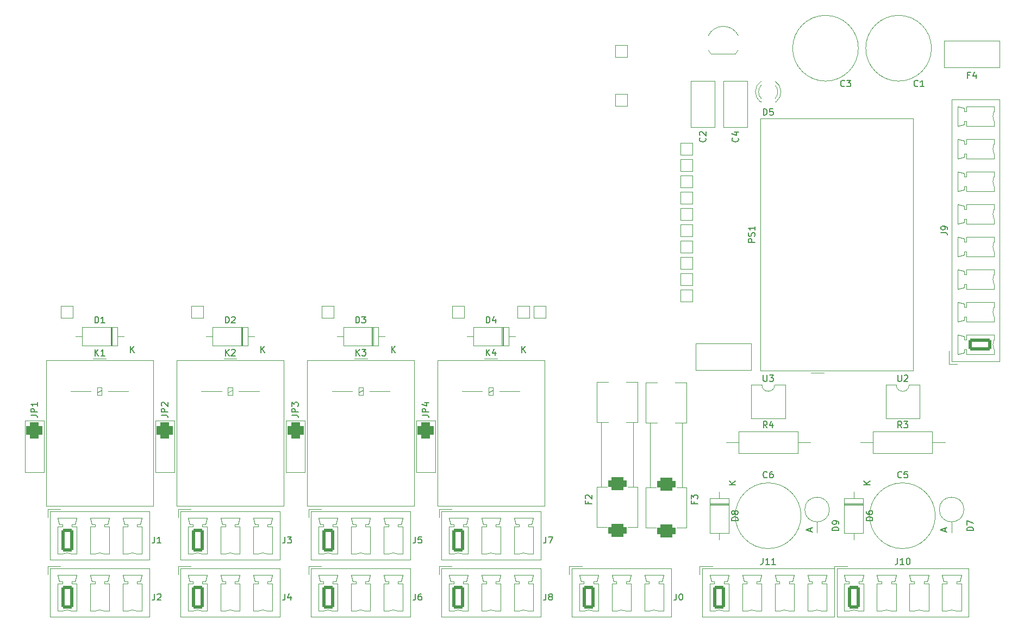
<source format=gto>
G04 #@! TF.GenerationSoftware,KiCad,Pcbnew,7.0.9*
G04 #@! TF.CreationDate,2024-10-14T21:56:28+02:00*
G04 #@! TF.ProjectId,unister,756e6973-7465-4722-9e6b-696361645f70,rev?*
G04 #@! TF.SameCoordinates,Original*
G04 #@! TF.FileFunction,Legend,Top*
G04 #@! TF.FilePolarity,Positive*
%FSLAX46Y46*%
G04 Gerber Fmt 4.6, Leading zero omitted, Abs format (unit mm)*
G04 Created by KiCad (PCBNEW 7.0.9) date 2024-10-14 21:56:28*
%MOMM*%
%LPD*%
G01*
G04 APERTURE LIST*
G04 Aperture macros list*
%AMRoundRect*
0 Rectangle with rounded corners*
0 $1 Rounding radius*
0 $2 $3 $4 $5 $6 $7 $8 $9 X,Y pos of 4 corners*
0 Add a 4 corners polygon primitive as box body*
4,1,4,$2,$3,$4,$5,$6,$7,$8,$9,$2,$3,0*
0 Add four circle primitives for the rounded corners*
1,1,$1+$1,$2,$3*
1,1,$1+$1,$4,$5*
1,1,$1+$1,$6,$7*
1,1,$1+$1,$8,$9*
0 Add four rect primitives between the rounded corners*
20,1,$1+$1,$2,$3,$4,$5,0*
20,1,$1+$1,$4,$5,$6,$7,0*
20,1,$1+$1,$6,$7,$8,$9,0*
20,1,$1+$1,$8,$9,$2,$3,0*%
G04 Aperture macros list end*
%ADD10C,0.150000*%
%ADD11C,0.120000*%
%ADD12R,2.000000X2.000000*%
%ADD13C,2.000000*%
%ADD14C,1.600000*%
%ADD15O,1.600000X1.600000*%
%ADD16C,1.524000*%
%ADD17R,2.200000X2.200000*%
%ADD18O,2.200000X2.200000*%
%ADD19C,1.270000*%
%ADD20C,1.400000*%
%ADD21RoundRect,0.250000X1.550000X-0.650000X1.550000X0.650000X-1.550000X0.650000X-1.550000X-0.650000X0*%
%ADD22O,3.600000X1.800000*%
%ADD23RoundRect,0.250000X-0.650000X-1.550000X0.650000X-1.550000X0.650000X1.550000X-0.650000X1.550000X0*%
%ADD24O,1.800000X3.600000*%
%ADD25R,1.500000X1.500000*%
%ADD26C,1.500000*%
%ADD27R,2.500000X2.500000*%
%ADD28O,2.500000X2.500000*%
%ADD29RoundRect,0.500000X0.900000X-0.500000X0.900000X0.500000X-0.900000X0.500000X-0.900000X-0.500000X0*%
%ADD30O,2.800000X2.000000*%
%ADD31C,2.200000*%
%ADD32R,2.400000X2.400000*%
%ADD33O,2.400000X2.400000*%
%ADD34R,1.800000X1.800000*%
%ADD35C,1.800000*%
%ADD36RoundRect,0.650000X-0.650000X0.650000X-0.650000X-0.650000X0.650000X-0.650000X0.650000X0.650000X0*%
%ADD37C,2.600000*%
%ADD38R,1.600000X1.600000*%
G04 APERTURE END LIST*
D10*
X178254819Y-79954285D02*
X177254819Y-79954285D01*
X177254819Y-79954285D02*
X177254819Y-79573333D01*
X177254819Y-79573333D02*
X177302438Y-79478095D01*
X177302438Y-79478095D02*
X177350057Y-79430476D01*
X177350057Y-79430476D02*
X177445295Y-79382857D01*
X177445295Y-79382857D02*
X177588152Y-79382857D01*
X177588152Y-79382857D02*
X177683390Y-79430476D01*
X177683390Y-79430476D02*
X177731009Y-79478095D01*
X177731009Y-79478095D02*
X177778628Y-79573333D01*
X177778628Y-79573333D02*
X177778628Y-79954285D01*
X178207200Y-79001904D02*
X178254819Y-78859047D01*
X178254819Y-78859047D02*
X178254819Y-78620952D01*
X178254819Y-78620952D02*
X178207200Y-78525714D01*
X178207200Y-78525714D02*
X178159580Y-78478095D01*
X178159580Y-78478095D02*
X178064342Y-78430476D01*
X178064342Y-78430476D02*
X177969104Y-78430476D01*
X177969104Y-78430476D02*
X177873866Y-78478095D01*
X177873866Y-78478095D02*
X177826247Y-78525714D01*
X177826247Y-78525714D02*
X177778628Y-78620952D01*
X177778628Y-78620952D02*
X177731009Y-78811428D01*
X177731009Y-78811428D02*
X177683390Y-78906666D01*
X177683390Y-78906666D02*
X177635771Y-78954285D01*
X177635771Y-78954285D02*
X177540533Y-79001904D01*
X177540533Y-79001904D02*
X177445295Y-79001904D01*
X177445295Y-79001904D02*
X177350057Y-78954285D01*
X177350057Y-78954285D02*
X177302438Y-78906666D01*
X177302438Y-78906666D02*
X177254819Y-78811428D01*
X177254819Y-78811428D02*
X177254819Y-78573333D01*
X177254819Y-78573333D02*
X177302438Y-78430476D01*
X178254819Y-77478095D02*
X178254819Y-78049523D01*
X178254819Y-77763809D02*
X177254819Y-77763809D01*
X177254819Y-77763809D02*
X177397676Y-77859047D01*
X177397676Y-77859047D02*
X177492914Y-77954285D01*
X177492914Y-77954285D02*
X177540533Y-78049523D01*
X201128333Y-108859819D02*
X200795000Y-108383628D01*
X200556905Y-108859819D02*
X200556905Y-107859819D01*
X200556905Y-107859819D02*
X200937857Y-107859819D01*
X200937857Y-107859819D02*
X201033095Y-107907438D01*
X201033095Y-107907438D02*
X201080714Y-107955057D01*
X201080714Y-107955057D02*
X201128333Y-108050295D01*
X201128333Y-108050295D02*
X201128333Y-108193152D01*
X201128333Y-108193152D02*
X201080714Y-108288390D01*
X201080714Y-108288390D02*
X201033095Y-108336009D01*
X201033095Y-108336009D02*
X200937857Y-108383628D01*
X200937857Y-108383628D02*
X200556905Y-108383628D01*
X201461667Y-107859819D02*
X202080714Y-107859819D01*
X202080714Y-107859819D02*
X201747381Y-108240771D01*
X201747381Y-108240771D02*
X201890238Y-108240771D01*
X201890238Y-108240771D02*
X201985476Y-108288390D01*
X201985476Y-108288390D02*
X202033095Y-108336009D01*
X202033095Y-108336009D02*
X202080714Y-108431247D01*
X202080714Y-108431247D02*
X202080714Y-108669342D01*
X202080714Y-108669342D02*
X202033095Y-108764580D01*
X202033095Y-108764580D02*
X201985476Y-108812200D01*
X201985476Y-108812200D02*
X201890238Y-108859819D01*
X201890238Y-108859819D02*
X201604524Y-108859819D01*
X201604524Y-108859819D02*
X201509286Y-108812200D01*
X201509286Y-108812200D02*
X201461667Y-108764580D01*
X196599819Y-123293094D02*
X195599819Y-123293094D01*
X195599819Y-123293094D02*
X195599819Y-123054999D01*
X195599819Y-123054999D02*
X195647438Y-122912142D01*
X195647438Y-122912142D02*
X195742676Y-122816904D01*
X195742676Y-122816904D02*
X195837914Y-122769285D01*
X195837914Y-122769285D02*
X196028390Y-122721666D01*
X196028390Y-122721666D02*
X196171247Y-122721666D01*
X196171247Y-122721666D02*
X196361723Y-122769285D01*
X196361723Y-122769285D02*
X196456961Y-122816904D01*
X196456961Y-122816904D02*
X196552200Y-122912142D01*
X196552200Y-122912142D02*
X196599819Y-123054999D01*
X196599819Y-123054999D02*
X196599819Y-123293094D01*
X195599819Y-121864523D02*
X195599819Y-122054999D01*
X195599819Y-122054999D02*
X195647438Y-122150237D01*
X195647438Y-122150237D02*
X195695057Y-122197856D01*
X195695057Y-122197856D02*
X195837914Y-122293094D01*
X195837914Y-122293094D02*
X196028390Y-122340713D01*
X196028390Y-122340713D02*
X196409342Y-122340713D01*
X196409342Y-122340713D02*
X196504580Y-122293094D01*
X196504580Y-122293094D02*
X196552200Y-122245475D01*
X196552200Y-122245475D02*
X196599819Y-122150237D01*
X196599819Y-122150237D02*
X196599819Y-121959761D01*
X196599819Y-121959761D02*
X196552200Y-121864523D01*
X196552200Y-121864523D02*
X196504580Y-121816904D01*
X196504580Y-121816904D02*
X196409342Y-121769285D01*
X196409342Y-121769285D02*
X196171247Y-121769285D01*
X196171247Y-121769285D02*
X196076009Y-121816904D01*
X196076009Y-121816904D02*
X196028390Y-121864523D01*
X196028390Y-121864523D02*
X195980771Y-121959761D01*
X195980771Y-121959761D02*
X195980771Y-122150237D01*
X195980771Y-122150237D02*
X196028390Y-122245475D01*
X196028390Y-122245475D02*
X196076009Y-122293094D01*
X196076009Y-122293094D02*
X196171247Y-122340713D01*
X196229819Y-117736904D02*
X195229819Y-117736904D01*
X196229819Y-117165476D02*
X195658390Y-117594047D01*
X195229819Y-117165476D02*
X195801247Y-117736904D01*
X75461905Y-92529819D02*
X75461905Y-91529819D01*
X75461905Y-91529819D02*
X75700000Y-91529819D01*
X75700000Y-91529819D02*
X75842857Y-91577438D01*
X75842857Y-91577438D02*
X75938095Y-91672676D01*
X75938095Y-91672676D02*
X75985714Y-91767914D01*
X75985714Y-91767914D02*
X76033333Y-91958390D01*
X76033333Y-91958390D02*
X76033333Y-92101247D01*
X76033333Y-92101247D02*
X75985714Y-92291723D01*
X75985714Y-92291723D02*
X75938095Y-92386961D01*
X75938095Y-92386961D02*
X75842857Y-92482200D01*
X75842857Y-92482200D02*
X75700000Y-92529819D01*
X75700000Y-92529819D02*
X75461905Y-92529819D01*
X76985714Y-92529819D02*
X76414286Y-92529819D01*
X76700000Y-92529819D02*
X76700000Y-91529819D01*
X76700000Y-91529819D02*
X76604762Y-91672676D01*
X76604762Y-91672676D02*
X76509524Y-91767914D01*
X76509524Y-91767914D02*
X76414286Y-91815533D01*
X81035595Y-97169819D02*
X81035595Y-96169819D01*
X81607023Y-97169819D02*
X81178452Y-96598390D01*
X81607023Y-96169819D02*
X81035595Y-96741247D01*
X175644819Y-123293094D02*
X174644819Y-123293094D01*
X174644819Y-123293094D02*
X174644819Y-123054999D01*
X174644819Y-123054999D02*
X174692438Y-122912142D01*
X174692438Y-122912142D02*
X174787676Y-122816904D01*
X174787676Y-122816904D02*
X174882914Y-122769285D01*
X174882914Y-122769285D02*
X175073390Y-122721666D01*
X175073390Y-122721666D02*
X175216247Y-122721666D01*
X175216247Y-122721666D02*
X175406723Y-122769285D01*
X175406723Y-122769285D02*
X175501961Y-122816904D01*
X175501961Y-122816904D02*
X175597200Y-122912142D01*
X175597200Y-122912142D02*
X175644819Y-123054999D01*
X175644819Y-123054999D02*
X175644819Y-123293094D01*
X175073390Y-122150237D02*
X175025771Y-122245475D01*
X175025771Y-122245475D02*
X174978152Y-122293094D01*
X174978152Y-122293094D02*
X174882914Y-122340713D01*
X174882914Y-122340713D02*
X174835295Y-122340713D01*
X174835295Y-122340713D02*
X174740057Y-122293094D01*
X174740057Y-122293094D02*
X174692438Y-122245475D01*
X174692438Y-122245475D02*
X174644819Y-122150237D01*
X174644819Y-122150237D02*
X174644819Y-121959761D01*
X174644819Y-121959761D02*
X174692438Y-121864523D01*
X174692438Y-121864523D02*
X174740057Y-121816904D01*
X174740057Y-121816904D02*
X174835295Y-121769285D01*
X174835295Y-121769285D02*
X174882914Y-121769285D01*
X174882914Y-121769285D02*
X174978152Y-121816904D01*
X174978152Y-121816904D02*
X175025771Y-121864523D01*
X175025771Y-121864523D02*
X175073390Y-121959761D01*
X175073390Y-121959761D02*
X175073390Y-122150237D01*
X175073390Y-122150237D02*
X175121009Y-122245475D01*
X175121009Y-122245475D02*
X175168628Y-122293094D01*
X175168628Y-122293094D02*
X175263866Y-122340713D01*
X175263866Y-122340713D02*
X175454342Y-122340713D01*
X175454342Y-122340713D02*
X175549580Y-122293094D01*
X175549580Y-122293094D02*
X175597200Y-122245475D01*
X175597200Y-122245475D02*
X175644819Y-122150237D01*
X175644819Y-122150237D02*
X175644819Y-121959761D01*
X175644819Y-121959761D02*
X175597200Y-121864523D01*
X175597200Y-121864523D02*
X175549580Y-121816904D01*
X175549580Y-121816904D02*
X175454342Y-121769285D01*
X175454342Y-121769285D02*
X175263866Y-121769285D01*
X175263866Y-121769285D02*
X175168628Y-121816904D01*
X175168628Y-121816904D02*
X175121009Y-121864523D01*
X175121009Y-121864523D02*
X175073390Y-121959761D01*
X175274819Y-117736904D02*
X174274819Y-117736904D01*
X175274819Y-117165476D02*
X174703390Y-117594047D01*
X174274819Y-117165476D02*
X174846247Y-117736904D01*
X207264819Y-78438333D02*
X207979104Y-78438333D01*
X207979104Y-78438333D02*
X208121961Y-78485952D01*
X208121961Y-78485952D02*
X208217200Y-78581190D01*
X208217200Y-78581190D02*
X208264819Y-78724047D01*
X208264819Y-78724047D02*
X208264819Y-78819285D01*
X208264819Y-77914523D02*
X208264819Y-77724047D01*
X208264819Y-77724047D02*
X208217200Y-77628809D01*
X208217200Y-77628809D02*
X208169580Y-77581190D01*
X208169580Y-77581190D02*
X208026723Y-77485952D01*
X208026723Y-77485952D02*
X207836247Y-77438333D01*
X207836247Y-77438333D02*
X207455295Y-77438333D01*
X207455295Y-77438333D02*
X207360057Y-77485952D01*
X207360057Y-77485952D02*
X207312438Y-77533571D01*
X207312438Y-77533571D02*
X207264819Y-77628809D01*
X207264819Y-77628809D02*
X207264819Y-77819285D01*
X207264819Y-77819285D02*
X207312438Y-77914523D01*
X207312438Y-77914523D02*
X207360057Y-77962142D01*
X207360057Y-77962142D02*
X207455295Y-78009761D01*
X207455295Y-78009761D02*
X207693390Y-78009761D01*
X207693390Y-78009761D02*
X207788628Y-77962142D01*
X207788628Y-77962142D02*
X207836247Y-77914523D01*
X207836247Y-77914523D02*
X207883866Y-77819285D01*
X207883866Y-77819285D02*
X207883866Y-77628809D01*
X207883866Y-77628809D02*
X207836247Y-77533571D01*
X207836247Y-77533571D02*
X207788628Y-77485952D01*
X207788628Y-77485952D02*
X207693390Y-77438333D01*
X166036666Y-134709819D02*
X166036666Y-135424104D01*
X166036666Y-135424104D02*
X165989047Y-135566961D01*
X165989047Y-135566961D02*
X165893809Y-135662200D01*
X165893809Y-135662200D02*
X165750952Y-135709819D01*
X165750952Y-135709819D02*
X165655714Y-135709819D01*
X166703333Y-134709819D02*
X166798571Y-134709819D01*
X166798571Y-134709819D02*
X166893809Y-134757438D01*
X166893809Y-134757438D02*
X166941428Y-134805057D01*
X166941428Y-134805057D02*
X166989047Y-134900295D01*
X166989047Y-134900295D02*
X167036666Y-135090771D01*
X167036666Y-135090771D02*
X167036666Y-135328866D01*
X167036666Y-135328866D02*
X166989047Y-135519342D01*
X166989047Y-135519342D02*
X166941428Y-135614580D01*
X166941428Y-135614580D02*
X166893809Y-135662200D01*
X166893809Y-135662200D02*
X166798571Y-135709819D01*
X166798571Y-135709819D02*
X166703333Y-135709819D01*
X166703333Y-135709819D02*
X166608095Y-135662200D01*
X166608095Y-135662200D02*
X166560476Y-135614580D01*
X166560476Y-135614580D02*
X166512857Y-135519342D01*
X166512857Y-135519342D02*
X166465238Y-135328866D01*
X166465238Y-135328866D02*
X166465238Y-135090771D01*
X166465238Y-135090771D02*
X166512857Y-134900295D01*
X166512857Y-134900295D02*
X166560476Y-134805057D01*
X166560476Y-134805057D02*
X166608095Y-134757438D01*
X166608095Y-134757438D02*
X166703333Y-134709819D01*
X180173333Y-116564580D02*
X180125714Y-116612200D01*
X180125714Y-116612200D02*
X179982857Y-116659819D01*
X179982857Y-116659819D02*
X179887619Y-116659819D01*
X179887619Y-116659819D02*
X179744762Y-116612200D01*
X179744762Y-116612200D02*
X179649524Y-116516961D01*
X179649524Y-116516961D02*
X179601905Y-116421723D01*
X179601905Y-116421723D02*
X179554286Y-116231247D01*
X179554286Y-116231247D02*
X179554286Y-116088390D01*
X179554286Y-116088390D02*
X179601905Y-115897914D01*
X179601905Y-115897914D02*
X179649524Y-115802676D01*
X179649524Y-115802676D02*
X179744762Y-115707438D01*
X179744762Y-115707438D02*
X179887619Y-115659819D01*
X179887619Y-115659819D02*
X179982857Y-115659819D01*
X179982857Y-115659819D02*
X180125714Y-115707438D01*
X180125714Y-115707438D02*
X180173333Y-115755057D01*
X181030476Y-115659819D02*
X180840000Y-115659819D01*
X180840000Y-115659819D02*
X180744762Y-115707438D01*
X180744762Y-115707438D02*
X180697143Y-115755057D01*
X180697143Y-115755057D02*
X180601905Y-115897914D01*
X180601905Y-115897914D02*
X180554286Y-116088390D01*
X180554286Y-116088390D02*
X180554286Y-116469342D01*
X180554286Y-116469342D02*
X180601905Y-116564580D01*
X180601905Y-116564580D02*
X180649524Y-116612200D01*
X180649524Y-116612200D02*
X180744762Y-116659819D01*
X180744762Y-116659819D02*
X180935238Y-116659819D01*
X180935238Y-116659819D02*
X181030476Y-116612200D01*
X181030476Y-116612200D02*
X181078095Y-116564580D01*
X181078095Y-116564580D02*
X181125714Y-116469342D01*
X181125714Y-116469342D02*
X181125714Y-116231247D01*
X181125714Y-116231247D02*
X181078095Y-116136009D01*
X181078095Y-116136009D02*
X181030476Y-116088390D01*
X181030476Y-116088390D02*
X180935238Y-116040771D01*
X180935238Y-116040771D02*
X180744762Y-116040771D01*
X180744762Y-116040771D02*
X180649524Y-116088390D01*
X180649524Y-116088390D02*
X180601905Y-116136009D01*
X180601905Y-116136009D02*
X180554286Y-116231247D01*
X201128333Y-116564580D02*
X201080714Y-116612200D01*
X201080714Y-116612200D02*
X200937857Y-116659819D01*
X200937857Y-116659819D02*
X200842619Y-116659819D01*
X200842619Y-116659819D02*
X200699762Y-116612200D01*
X200699762Y-116612200D02*
X200604524Y-116516961D01*
X200604524Y-116516961D02*
X200556905Y-116421723D01*
X200556905Y-116421723D02*
X200509286Y-116231247D01*
X200509286Y-116231247D02*
X200509286Y-116088390D01*
X200509286Y-116088390D02*
X200556905Y-115897914D01*
X200556905Y-115897914D02*
X200604524Y-115802676D01*
X200604524Y-115802676D02*
X200699762Y-115707438D01*
X200699762Y-115707438D02*
X200842619Y-115659819D01*
X200842619Y-115659819D02*
X200937857Y-115659819D01*
X200937857Y-115659819D02*
X201080714Y-115707438D01*
X201080714Y-115707438D02*
X201128333Y-115755057D01*
X202033095Y-115659819D02*
X201556905Y-115659819D01*
X201556905Y-115659819D02*
X201509286Y-116136009D01*
X201509286Y-116136009D02*
X201556905Y-116088390D01*
X201556905Y-116088390D02*
X201652143Y-116040771D01*
X201652143Y-116040771D02*
X201890238Y-116040771D01*
X201890238Y-116040771D02*
X201985476Y-116088390D01*
X201985476Y-116088390D02*
X202033095Y-116136009D01*
X202033095Y-116136009D02*
X202080714Y-116231247D01*
X202080714Y-116231247D02*
X202080714Y-116469342D01*
X202080714Y-116469342D02*
X202033095Y-116564580D01*
X202033095Y-116564580D02*
X201985476Y-116612200D01*
X201985476Y-116612200D02*
X201890238Y-116659819D01*
X201890238Y-116659819D02*
X201652143Y-116659819D01*
X201652143Y-116659819D02*
X201556905Y-116612200D01*
X201556905Y-116612200D02*
X201509286Y-116564580D01*
X95799405Y-97619819D02*
X95799405Y-96619819D01*
X96370833Y-97619819D02*
X95942262Y-97048390D01*
X96370833Y-96619819D02*
X95799405Y-97191247D01*
X96751786Y-96715057D02*
X96799405Y-96667438D01*
X96799405Y-96667438D02*
X96894643Y-96619819D01*
X96894643Y-96619819D02*
X97132738Y-96619819D01*
X97132738Y-96619819D02*
X97227976Y-96667438D01*
X97227976Y-96667438D02*
X97275595Y-96715057D01*
X97275595Y-96715057D02*
X97323214Y-96810295D01*
X97323214Y-96810295D02*
X97323214Y-96905533D01*
X97323214Y-96905533D02*
X97275595Y-97048390D01*
X97275595Y-97048390D02*
X96704167Y-97619819D01*
X96704167Y-97619819D02*
X97323214Y-97619819D01*
X168841009Y-120348333D02*
X168841009Y-120681666D01*
X169364819Y-120681666D02*
X168364819Y-120681666D01*
X168364819Y-120681666D02*
X168364819Y-120205476D01*
X168364819Y-119919761D02*
X168364819Y-119300714D01*
X168364819Y-119300714D02*
X168745771Y-119634047D01*
X168745771Y-119634047D02*
X168745771Y-119491190D01*
X168745771Y-119491190D02*
X168793390Y-119395952D01*
X168793390Y-119395952D02*
X168841009Y-119348333D01*
X168841009Y-119348333D02*
X168936247Y-119300714D01*
X168936247Y-119300714D02*
X169174342Y-119300714D01*
X169174342Y-119300714D02*
X169269580Y-119348333D01*
X169269580Y-119348333D02*
X169317200Y-119395952D01*
X169317200Y-119395952D02*
X169364819Y-119491190D01*
X169364819Y-119491190D02*
X169364819Y-119776904D01*
X169364819Y-119776904D02*
X169317200Y-119872142D01*
X169317200Y-119872142D02*
X169269580Y-119919761D01*
X145716666Y-125819819D02*
X145716666Y-126534104D01*
X145716666Y-126534104D02*
X145669047Y-126676961D01*
X145669047Y-126676961D02*
X145573809Y-126772200D01*
X145573809Y-126772200D02*
X145430952Y-126819819D01*
X145430952Y-126819819D02*
X145335714Y-126819819D01*
X146097619Y-125819819D02*
X146764285Y-125819819D01*
X146764285Y-125819819D02*
X146335714Y-126819819D01*
X145716666Y-134709819D02*
X145716666Y-135424104D01*
X145716666Y-135424104D02*
X145669047Y-135566961D01*
X145669047Y-135566961D02*
X145573809Y-135662200D01*
X145573809Y-135662200D02*
X145430952Y-135709819D01*
X145430952Y-135709819D02*
X145335714Y-135709819D01*
X146335714Y-135138390D02*
X146240476Y-135090771D01*
X146240476Y-135090771D02*
X146192857Y-135043152D01*
X146192857Y-135043152D02*
X146145238Y-134947914D01*
X146145238Y-134947914D02*
X146145238Y-134900295D01*
X146145238Y-134900295D02*
X146192857Y-134805057D01*
X146192857Y-134805057D02*
X146240476Y-134757438D01*
X146240476Y-134757438D02*
X146335714Y-134709819D01*
X146335714Y-134709819D02*
X146526190Y-134709819D01*
X146526190Y-134709819D02*
X146621428Y-134757438D01*
X146621428Y-134757438D02*
X146669047Y-134805057D01*
X146669047Y-134805057D02*
X146716666Y-134900295D01*
X146716666Y-134900295D02*
X146716666Y-134947914D01*
X146716666Y-134947914D02*
X146669047Y-135043152D01*
X146669047Y-135043152D02*
X146621428Y-135090771D01*
X146621428Y-135090771D02*
X146526190Y-135138390D01*
X146526190Y-135138390D02*
X146335714Y-135138390D01*
X146335714Y-135138390D02*
X146240476Y-135186009D01*
X146240476Y-135186009D02*
X146192857Y-135233628D01*
X146192857Y-135233628D02*
X146145238Y-135328866D01*
X146145238Y-135328866D02*
X146145238Y-135519342D01*
X146145238Y-135519342D02*
X146192857Y-135614580D01*
X146192857Y-135614580D02*
X146240476Y-135662200D01*
X146240476Y-135662200D02*
X146335714Y-135709819D01*
X146335714Y-135709819D02*
X146526190Y-135709819D01*
X146526190Y-135709819D02*
X146621428Y-135662200D01*
X146621428Y-135662200D02*
X146669047Y-135614580D01*
X146669047Y-135614580D02*
X146716666Y-135519342D01*
X146716666Y-135519342D02*
X146716666Y-135328866D01*
X146716666Y-135328866D02*
X146669047Y-135233628D01*
X146669047Y-135233628D02*
X146621428Y-135186009D01*
X146621428Y-135186009D02*
X146526190Y-135138390D01*
X203668333Y-55604580D02*
X203620714Y-55652200D01*
X203620714Y-55652200D02*
X203477857Y-55699819D01*
X203477857Y-55699819D02*
X203382619Y-55699819D01*
X203382619Y-55699819D02*
X203239762Y-55652200D01*
X203239762Y-55652200D02*
X203144524Y-55556961D01*
X203144524Y-55556961D02*
X203096905Y-55461723D01*
X203096905Y-55461723D02*
X203049286Y-55271247D01*
X203049286Y-55271247D02*
X203049286Y-55128390D01*
X203049286Y-55128390D02*
X203096905Y-54937914D01*
X203096905Y-54937914D02*
X203144524Y-54842676D01*
X203144524Y-54842676D02*
X203239762Y-54747438D01*
X203239762Y-54747438D02*
X203382619Y-54699819D01*
X203382619Y-54699819D02*
X203477857Y-54699819D01*
X203477857Y-54699819D02*
X203620714Y-54747438D01*
X203620714Y-54747438D02*
X203668333Y-54795057D01*
X204620714Y-55699819D02*
X204049286Y-55699819D01*
X204335000Y-55699819D02*
X204335000Y-54699819D01*
X204335000Y-54699819D02*
X204239762Y-54842676D01*
X204239762Y-54842676D02*
X204144524Y-54937914D01*
X204144524Y-54937914D02*
X204049286Y-54985533D01*
X116101905Y-92529819D02*
X116101905Y-91529819D01*
X116101905Y-91529819D02*
X116340000Y-91529819D01*
X116340000Y-91529819D02*
X116482857Y-91577438D01*
X116482857Y-91577438D02*
X116578095Y-91672676D01*
X116578095Y-91672676D02*
X116625714Y-91767914D01*
X116625714Y-91767914D02*
X116673333Y-91958390D01*
X116673333Y-91958390D02*
X116673333Y-92101247D01*
X116673333Y-92101247D02*
X116625714Y-92291723D01*
X116625714Y-92291723D02*
X116578095Y-92386961D01*
X116578095Y-92386961D02*
X116482857Y-92482200D01*
X116482857Y-92482200D02*
X116340000Y-92529819D01*
X116340000Y-92529819D02*
X116101905Y-92529819D01*
X117006667Y-91529819D02*
X117625714Y-91529819D01*
X117625714Y-91529819D02*
X117292381Y-91910771D01*
X117292381Y-91910771D02*
X117435238Y-91910771D01*
X117435238Y-91910771D02*
X117530476Y-91958390D01*
X117530476Y-91958390D02*
X117578095Y-92006009D01*
X117578095Y-92006009D02*
X117625714Y-92101247D01*
X117625714Y-92101247D02*
X117625714Y-92339342D01*
X117625714Y-92339342D02*
X117578095Y-92434580D01*
X117578095Y-92434580D02*
X117530476Y-92482200D01*
X117530476Y-92482200D02*
X117435238Y-92529819D01*
X117435238Y-92529819D02*
X117149524Y-92529819D01*
X117149524Y-92529819D02*
X117054286Y-92482200D01*
X117054286Y-92482200D02*
X117006667Y-92434580D01*
X121693095Y-97169819D02*
X121693095Y-96169819D01*
X122264523Y-97169819D02*
X121835952Y-96598390D01*
X122264523Y-96169819D02*
X121693095Y-96741247D01*
X191334819Y-124863094D02*
X190334819Y-124863094D01*
X190334819Y-124863094D02*
X190334819Y-124624999D01*
X190334819Y-124624999D02*
X190382438Y-124482142D01*
X190382438Y-124482142D02*
X190477676Y-124386904D01*
X190477676Y-124386904D02*
X190572914Y-124339285D01*
X190572914Y-124339285D02*
X190763390Y-124291666D01*
X190763390Y-124291666D02*
X190906247Y-124291666D01*
X190906247Y-124291666D02*
X191096723Y-124339285D01*
X191096723Y-124339285D02*
X191191961Y-124386904D01*
X191191961Y-124386904D02*
X191287200Y-124482142D01*
X191287200Y-124482142D02*
X191334819Y-124624999D01*
X191334819Y-124624999D02*
X191334819Y-124863094D01*
X191334819Y-123815475D02*
X191334819Y-123624999D01*
X191334819Y-123624999D02*
X191287200Y-123529761D01*
X191287200Y-123529761D02*
X191239580Y-123482142D01*
X191239580Y-123482142D02*
X191096723Y-123386904D01*
X191096723Y-123386904D02*
X190906247Y-123339285D01*
X190906247Y-123339285D02*
X190525295Y-123339285D01*
X190525295Y-123339285D02*
X190430057Y-123386904D01*
X190430057Y-123386904D02*
X190382438Y-123434523D01*
X190382438Y-123434523D02*
X190334819Y-123529761D01*
X190334819Y-123529761D02*
X190334819Y-123720237D01*
X190334819Y-123720237D02*
X190382438Y-123815475D01*
X190382438Y-123815475D02*
X190430057Y-123863094D01*
X190430057Y-123863094D02*
X190525295Y-123910713D01*
X190525295Y-123910713D02*
X190763390Y-123910713D01*
X190763390Y-123910713D02*
X190858628Y-123863094D01*
X190858628Y-123863094D02*
X190906247Y-123815475D01*
X190906247Y-123815475D02*
X190953866Y-123720237D01*
X190953866Y-123720237D02*
X190953866Y-123529761D01*
X190953866Y-123529761D02*
X190906247Y-123434523D01*
X190906247Y-123434523D02*
X190858628Y-123386904D01*
X190858628Y-123386904D02*
X190763390Y-123339285D01*
X186929104Y-125003094D02*
X186929104Y-124526904D01*
X187214819Y-125098332D02*
X186214819Y-124764999D01*
X186214819Y-124764999D02*
X187214819Y-124431666D01*
X116136905Y-97619819D02*
X116136905Y-96619819D01*
X116708333Y-97619819D02*
X116279762Y-97048390D01*
X116708333Y-96619819D02*
X116136905Y-97191247D01*
X117041667Y-96619819D02*
X117660714Y-96619819D01*
X117660714Y-96619819D02*
X117327381Y-97000771D01*
X117327381Y-97000771D02*
X117470238Y-97000771D01*
X117470238Y-97000771D02*
X117565476Y-97048390D01*
X117565476Y-97048390D02*
X117613095Y-97096009D01*
X117613095Y-97096009D02*
X117660714Y-97191247D01*
X117660714Y-97191247D02*
X117660714Y-97429342D01*
X117660714Y-97429342D02*
X117613095Y-97524580D01*
X117613095Y-97524580D02*
X117565476Y-97572200D01*
X117565476Y-97572200D02*
X117470238Y-97619819D01*
X117470238Y-97619819D02*
X117184524Y-97619819D01*
X117184524Y-97619819D02*
X117089286Y-97572200D01*
X117089286Y-97572200D02*
X117041667Y-97524580D01*
X75461905Y-97619819D02*
X75461905Y-96619819D01*
X76033333Y-97619819D02*
X75604762Y-97048390D01*
X76033333Y-96619819D02*
X75461905Y-97191247D01*
X76985714Y-97619819D02*
X76414286Y-97619819D01*
X76700000Y-97619819D02*
X76700000Y-96619819D01*
X76700000Y-96619819D02*
X76604762Y-96762676D01*
X76604762Y-96762676D02*
X76509524Y-96857914D01*
X76509524Y-96857914D02*
X76414286Y-96905533D01*
X136421905Y-97609819D02*
X136421905Y-96609819D01*
X136993333Y-97609819D02*
X136564762Y-97038390D01*
X136993333Y-96609819D02*
X136421905Y-97181247D01*
X137850476Y-96943152D02*
X137850476Y-97609819D01*
X137612381Y-96562200D02*
X137374286Y-97276485D01*
X137374286Y-97276485D02*
X137993333Y-97276485D01*
X152331009Y-120348333D02*
X152331009Y-120681666D01*
X152854819Y-120681666D02*
X151854819Y-120681666D01*
X151854819Y-120681666D02*
X151854819Y-120205476D01*
X151950057Y-119872142D02*
X151902438Y-119824523D01*
X151902438Y-119824523D02*
X151854819Y-119729285D01*
X151854819Y-119729285D02*
X151854819Y-119491190D01*
X151854819Y-119491190D02*
X151902438Y-119395952D01*
X151902438Y-119395952D02*
X151950057Y-119348333D01*
X151950057Y-119348333D02*
X152045295Y-119300714D01*
X152045295Y-119300714D02*
X152140533Y-119300714D01*
X152140533Y-119300714D02*
X152283390Y-119348333D01*
X152283390Y-119348333D02*
X152854819Y-119919761D01*
X152854819Y-119919761D02*
X152854819Y-119300714D01*
X179601905Y-60139819D02*
X179601905Y-59139819D01*
X179601905Y-59139819D02*
X179840000Y-59139819D01*
X179840000Y-59139819D02*
X179982857Y-59187438D01*
X179982857Y-59187438D02*
X180078095Y-59282676D01*
X180078095Y-59282676D02*
X180125714Y-59377914D01*
X180125714Y-59377914D02*
X180173333Y-59568390D01*
X180173333Y-59568390D02*
X180173333Y-59711247D01*
X180173333Y-59711247D02*
X180125714Y-59901723D01*
X180125714Y-59901723D02*
X180078095Y-59996961D01*
X180078095Y-59996961D02*
X179982857Y-60092200D01*
X179982857Y-60092200D02*
X179840000Y-60139819D01*
X179840000Y-60139819D02*
X179601905Y-60139819D01*
X181078095Y-59139819D02*
X180601905Y-59139819D01*
X180601905Y-59139819D02*
X180554286Y-59616009D01*
X180554286Y-59616009D02*
X180601905Y-59568390D01*
X180601905Y-59568390D02*
X180697143Y-59520771D01*
X180697143Y-59520771D02*
X180935238Y-59520771D01*
X180935238Y-59520771D02*
X181030476Y-59568390D01*
X181030476Y-59568390D02*
X181078095Y-59616009D01*
X181078095Y-59616009D02*
X181125714Y-59711247D01*
X181125714Y-59711247D02*
X181125714Y-59949342D01*
X181125714Y-59949342D02*
X181078095Y-60044580D01*
X181078095Y-60044580D02*
X181030476Y-60092200D01*
X181030476Y-60092200D02*
X180935238Y-60139819D01*
X180935238Y-60139819D02*
X180697143Y-60139819D01*
X180697143Y-60139819D02*
X180601905Y-60092200D01*
X180601905Y-60092200D02*
X180554286Y-60044580D01*
X105076666Y-125819819D02*
X105076666Y-126534104D01*
X105076666Y-126534104D02*
X105029047Y-126676961D01*
X105029047Y-126676961D02*
X104933809Y-126772200D01*
X104933809Y-126772200D02*
X104790952Y-126819819D01*
X104790952Y-126819819D02*
X104695714Y-126819819D01*
X105457619Y-125819819D02*
X106076666Y-125819819D01*
X106076666Y-125819819D02*
X105743333Y-126200771D01*
X105743333Y-126200771D02*
X105886190Y-126200771D01*
X105886190Y-126200771D02*
X105981428Y-126248390D01*
X105981428Y-126248390D02*
X106029047Y-126296009D01*
X106029047Y-126296009D02*
X106076666Y-126391247D01*
X106076666Y-126391247D02*
X106076666Y-126629342D01*
X106076666Y-126629342D02*
X106029047Y-126724580D01*
X106029047Y-126724580D02*
X105981428Y-126772200D01*
X105981428Y-126772200D02*
X105886190Y-126819819D01*
X105886190Y-126819819D02*
X105600476Y-126819819D01*
X105600476Y-126819819D02*
X105505238Y-126772200D01*
X105505238Y-126772200D02*
X105457619Y-126724580D01*
X126454819Y-106878333D02*
X127169104Y-106878333D01*
X127169104Y-106878333D02*
X127311961Y-106925952D01*
X127311961Y-106925952D02*
X127407200Y-107021190D01*
X127407200Y-107021190D02*
X127454819Y-107164047D01*
X127454819Y-107164047D02*
X127454819Y-107259285D01*
X127454819Y-106402142D02*
X126454819Y-106402142D01*
X126454819Y-106402142D02*
X126454819Y-106021190D01*
X126454819Y-106021190D02*
X126502438Y-105925952D01*
X126502438Y-105925952D02*
X126550057Y-105878333D01*
X126550057Y-105878333D02*
X126645295Y-105830714D01*
X126645295Y-105830714D02*
X126788152Y-105830714D01*
X126788152Y-105830714D02*
X126883390Y-105878333D01*
X126883390Y-105878333D02*
X126931009Y-105925952D01*
X126931009Y-105925952D02*
X126978628Y-106021190D01*
X126978628Y-106021190D02*
X126978628Y-106402142D01*
X126788152Y-104973571D02*
X127454819Y-104973571D01*
X126407200Y-105211666D02*
X127121485Y-105449761D01*
X127121485Y-105449761D02*
X127121485Y-104830714D01*
X125396666Y-125819819D02*
X125396666Y-126534104D01*
X125396666Y-126534104D02*
X125349047Y-126676961D01*
X125349047Y-126676961D02*
X125253809Y-126772200D01*
X125253809Y-126772200D02*
X125110952Y-126819819D01*
X125110952Y-126819819D02*
X125015714Y-126819819D01*
X126349047Y-125819819D02*
X125872857Y-125819819D01*
X125872857Y-125819819D02*
X125825238Y-126296009D01*
X125825238Y-126296009D02*
X125872857Y-126248390D01*
X125872857Y-126248390D02*
X125968095Y-126200771D01*
X125968095Y-126200771D02*
X126206190Y-126200771D01*
X126206190Y-126200771D02*
X126301428Y-126248390D01*
X126301428Y-126248390D02*
X126349047Y-126296009D01*
X126349047Y-126296009D02*
X126396666Y-126391247D01*
X126396666Y-126391247D02*
X126396666Y-126629342D01*
X126396666Y-126629342D02*
X126349047Y-126724580D01*
X126349047Y-126724580D02*
X126301428Y-126772200D01*
X126301428Y-126772200D02*
X126206190Y-126819819D01*
X126206190Y-126819819D02*
X125968095Y-126819819D01*
X125968095Y-126819819D02*
X125872857Y-126772200D01*
X125872857Y-126772200D02*
X125825238Y-126724580D01*
X200485476Y-129159819D02*
X200485476Y-129874104D01*
X200485476Y-129874104D02*
X200437857Y-130016961D01*
X200437857Y-130016961D02*
X200342619Y-130112200D01*
X200342619Y-130112200D02*
X200199762Y-130159819D01*
X200199762Y-130159819D02*
X200104524Y-130159819D01*
X201485476Y-130159819D02*
X200914048Y-130159819D01*
X201199762Y-130159819D02*
X201199762Y-129159819D01*
X201199762Y-129159819D02*
X201104524Y-129302676D01*
X201104524Y-129302676D02*
X201009286Y-129397914D01*
X201009286Y-129397914D02*
X200914048Y-129445533D01*
X202104524Y-129159819D02*
X202199762Y-129159819D01*
X202199762Y-129159819D02*
X202295000Y-129207438D01*
X202295000Y-129207438D02*
X202342619Y-129255057D01*
X202342619Y-129255057D02*
X202390238Y-129350295D01*
X202390238Y-129350295D02*
X202437857Y-129540771D01*
X202437857Y-129540771D02*
X202437857Y-129778866D01*
X202437857Y-129778866D02*
X202390238Y-129969342D01*
X202390238Y-129969342D02*
X202342619Y-130064580D01*
X202342619Y-130064580D02*
X202295000Y-130112200D01*
X202295000Y-130112200D02*
X202199762Y-130159819D01*
X202199762Y-130159819D02*
X202104524Y-130159819D01*
X202104524Y-130159819D02*
X202009286Y-130112200D01*
X202009286Y-130112200D02*
X201961667Y-130064580D01*
X201961667Y-130064580D02*
X201914048Y-129969342D01*
X201914048Y-129969342D02*
X201866429Y-129778866D01*
X201866429Y-129778866D02*
X201866429Y-129540771D01*
X201866429Y-129540771D02*
X201914048Y-129350295D01*
X201914048Y-129350295D02*
X201961667Y-129255057D01*
X201961667Y-129255057D02*
X202009286Y-129207438D01*
X202009286Y-129207438D02*
X202104524Y-129159819D01*
X192238333Y-55604580D02*
X192190714Y-55652200D01*
X192190714Y-55652200D02*
X192047857Y-55699819D01*
X192047857Y-55699819D02*
X191952619Y-55699819D01*
X191952619Y-55699819D02*
X191809762Y-55652200D01*
X191809762Y-55652200D02*
X191714524Y-55556961D01*
X191714524Y-55556961D02*
X191666905Y-55461723D01*
X191666905Y-55461723D02*
X191619286Y-55271247D01*
X191619286Y-55271247D02*
X191619286Y-55128390D01*
X191619286Y-55128390D02*
X191666905Y-54937914D01*
X191666905Y-54937914D02*
X191714524Y-54842676D01*
X191714524Y-54842676D02*
X191809762Y-54747438D01*
X191809762Y-54747438D02*
X191952619Y-54699819D01*
X191952619Y-54699819D02*
X192047857Y-54699819D01*
X192047857Y-54699819D02*
X192190714Y-54747438D01*
X192190714Y-54747438D02*
X192238333Y-54795057D01*
X192571667Y-54699819D02*
X193190714Y-54699819D01*
X193190714Y-54699819D02*
X192857381Y-55080771D01*
X192857381Y-55080771D02*
X193000238Y-55080771D01*
X193000238Y-55080771D02*
X193095476Y-55128390D01*
X193095476Y-55128390D02*
X193143095Y-55176009D01*
X193143095Y-55176009D02*
X193190714Y-55271247D01*
X193190714Y-55271247D02*
X193190714Y-55509342D01*
X193190714Y-55509342D02*
X193143095Y-55604580D01*
X193143095Y-55604580D02*
X193095476Y-55652200D01*
X193095476Y-55652200D02*
X193000238Y-55699819D01*
X193000238Y-55699819D02*
X192714524Y-55699819D01*
X192714524Y-55699819D02*
X192619286Y-55652200D01*
X192619286Y-55652200D02*
X192571667Y-55604580D01*
X170539580Y-63666666D02*
X170587200Y-63714285D01*
X170587200Y-63714285D02*
X170634819Y-63857142D01*
X170634819Y-63857142D02*
X170634819Y-63952380D01*
X170634819Y-63952380D02*
X170587200Y-64095237D01*
X170587200Y-64095237D02*
X170491961Y-64190475D01*
X170491961Y-64190475D02*
X170396723Y-64238094D01*
X170396723Y-64238094D02*
X170206247Y-64285713D01*
X170206247Y-64285713D02*
X170063390Y-64285713D01*
X170063390Y-64285713D02*
X169872914Y-64238094D01*
X169872914Y-64238094D02*
X169777676Y-64190475D01*
X169777676Y-64190475D02*
X169682438Y-64095237D01*
X169682438Y-64095237D02*
X169634819Y-63952380D01*
X169634819Y-63952380D02*
X169634819Y-63857142D01*
X169634819Y-63857142D02*
X169682438Y-63714285D01*
X169682438Y-63714285D02*
X169730057Y-63666666D01*
X169730057Y-63285713D02*
X169682438Y-63238094D01*
X169682438Y-63238094D02*
X169634819Y-63142856D01*
X169634819Y-63142856D02*
X169634819Y-62904761D01*
X169634819Y-62904761D02*
X169682438Y-62809523D01*
X169682438Y-62809523D02*
X169730057Y-62761904D01*
X169730057Y-62761904D02*
X169825295Y-62714285D01*
X169825295Y-62714285D02*
X169920533Y-62714285D01*
X169920533Y-62714285D02*
X170063390Y-62761904D01*
X170063390Y-62761904D02*
X170634819Y-63333332D01*
X170634819Y-63333332D02*
X170634819Y-62714285D01*
X136430655Y-92529819D02*
X136430655Y-91529819D01*
X136430655Y-91529819D02*
X136668750Y-91529819D01*
X136668750Y-91529819D02*
X136811607Y-91577438D01*
X136811607Y-91577438D02*
X136906845Y-91672676D01*
X136906845Y-91672676D02*
X136954464Y-91767914D01*
X136954464Y-91767914D02*
X137002083Y-91958390D01*
X137002083Y-91958390D02*
X137002083Y-92101247D01*
X137002083Y-92101247D02*
X136954464Y-92291723D01*
X136954464Y-92291723D02*
X136906845Y-92386961D01*
X136906845Y-92386961D02*
X136811607Y-92482200D01*
X136811607Y-92482200D02*
X136668750Y-92529819D01*
X136668750Y-92529819D02*
X136430655Y-92529819D01*
X137859226Y-91863152D02*
X137859226Y-92529819D01*
X137621131Y-91482200D02*
X137383036Y-92196485D01*
X137383036Y-92196485D02*
X138002083Y-92196485D01*
X141986845Y-97169819D02*
X141986845Y-96169819D01*
X142558273Y-97169819D02*
X142129702Y-96598390D01*
X142558273Y-96169819D02*
X141986845Y-96741247D01*
X85814819Y-106878333D02*
X86529104Y-106878333D01*
X86529104Y-106878333D02*
X86671961Y-106925952D01*
X86671961Y-106925952D02*
X86767200Y-107021190D01*
X86767200Y-107021190D02*
X86814819Y-107164047D01*
X86814819Y-107164047D02*
X86814819Y-107259285D01*
X86814819Y-106402142D02*
X85814819Y-106402142D01*
X85814819Y-106402142D02*
X85814819Y-106021190D01*
X85814819Y-106021190D02*
X85862438Y-105925952D01*
X85862438Y-105925952D02*
X85910057Y-105878333D01*
X85910057Y-105878333D02*
X86005295Y-105830714D01*
X86005295Y-105830714D02*
X86148152Y-105830714D01*
X86148152Y-105830714D02*
X86243390Y-105878333D01*
X86243390Y-105878333D02*
X86291009Y-105925952D01*
X86291009Y-105925952D02*
X86338628Y-106021190D01*
X86338628Y-106021190D02*
X86338628Y-106402142D01*
X85910057Y-105449761D02*
X85862438Y-105402142D01*
X85862438Y-105402142D02*
X85814819Y-105306904D01*
X85814819Y-105306904D02*
X85814819Y-105068809D01*
X85814819Y-105068809D02*
X85862438Y-104973571D01*
X85862438Y-104973571D02*
X85910057Y-104925952D01*
X85910057Y-104925952D02*
X86005295Y-104878333D01*
X86005295Y-104878333D02*
X86100533Y-104878333D01*
X86100533Y-104878333D02*
X86243390Y-104925952D01*
X86243390Y-104925952D02*
X86814819Y-105497380D01*
X86814819Y-105497380D02*
X86814819Y-104878333D01*
X200533095Y-100629819D02*
X200533095Y-101439342D01*
X200533095Y-101439342D02*
X200580714Y-101534580D01*
X200580714Y-101534580D02*
X200628333Y-101582200D01*
X200628333Y-101582200D02*
X200723571Y-101629819D01*
X200723571Y-101629819D02*
X200914047Y-101629819D01*
X200914047Y-101629819D02*
X201009285Y-101582200D01*
X201009285Y-101582200D02*
X201056904Y-101534580D01*
X201056904Y-101534580D02*
X201104523Y-101439342D01*
X201104523Y-101439342D02*
X201104523Y-100629819D01*
X201533095Y-100725057D02*
X201580714Y-100677438D01*
X201580714Y-100677438D02*
X201675952Y-100629819D01*
X201675952Y-100629819D02*
X201914047Y-100629819D01*
X201914047Y-100629819D02*
X202009285Y-100677438D01*
X202009285Y-100677438D02*
X202056904Y-100725057D01*
X202056904Y-100725057D02*
X202104523Y-100820295D01*
X202104523Y-100820295D02*
X202104523Y-100915533D01*
X202104523Y-100915533D02*
X202056904Y-101058390D01*
X202056904Y-101058390D02*
X201485476Y-101629819D01*
X201485476Y-101629819D02*
X202104523Y-101629819D01*
X105076666Y-134709819D02*
X105076666Y-135424104D01*
X105076666Y-135424104D02*
X105029047Y-135566961D01*
X105029047Y-135566961D02*
X104933809Y-135662200D01*
X104933809Y-135662200D02*
X104790952Y-135709819D01*
X104790952Y-135709819D02*
X104695714Y-135709819D01*
X105981428Y-135043152D02*
X105981428Y-135709819D01*
X105743333Y-134662200D02*
X105505238Y-135376485D01*
X105505238Y-135376485D02*
X106124285Y-135376485D01*
X84756666Y-125819819D02*
X84756666Y-126534104D01*
X84756666Y-126534104D02*
X84709047Y-126676961D01*
X84709047Y-126676961D02*
X84613809Y-126772200D01*
X84613809Y-126772200D02*
X84470952Y-126819819D01*
X84470952Y-126819819D02*
X84375714Y-126819819D01*
X85756666Y-126819819D02*
X85185238Y-126819819D01*
X85470952Y-126819819D02*
X85470952Y-125819819D01*
X85470952Y-125819819D02*
X85375714Y-125962676D01*
X85375714Y-125962676D02*
X85280476Y-126057914D01*
X85280476Y-126057914D02*
X85185238Y-126105533D01*
X211756666Y-53906009D02*
X211423333Y-53906009D01*
X211423333Y-54429819D02*
X211423333Y-53429819D01*
X211423333Y-53429819D02*
X211899523Y-53429819D01*
X212709047Y-53763152D02*
X212709047Y-54429819D01*
X212470952Y-53382200D02*
X212232857Y-54096485D01*
X212232857Y-54096485D02*
X212851904Y-54096485D01*
X65494819Y-106878333D02*
X66209104Y-106878333D01*
X66209104Y-106878333D02*
X66351961Y-106925952D01*
X66351961Y-106925952D02*
X66447200Y-107021190D01*
X66447200Y-107021190D02*
X66494819Y-107164047D01*
X66494819Y-107164047D02*
X66494819Y-107259285D01*
X66494819Y-106402142D02*
X65494819Y-106402142D01*
X65494819Y-106402142D02*
X65494819Y-106021190D01*
X65494819Y-106021190D02*
X65542438Y-105925952D01*
X65542438Y-105925952D02*
X65590057Y-105878333D01*
X65590057Y-105878333D02*
X65685295Y-105830714D01*
X65685295Y-105830714D02*
X65828152Y-105830714D01*
X65828152Y-105830714D02*
X65923390Y-105878333D01*
X65923390Y-105878333D02*
X65971009Y-105925952D01*
X65971009Y-105925952D02*
X66018628Y-106021190D01*
X66018628Y-106021190D02*
X66018628Y-106402142D01*
X66494819Y-104878333D02*
X66494819Y-105449761D01*
X66494819Y-105164047D02*
X65494819Y-105164047D01*
X65494819Y-105164047D02*
X65637676Y-105259285D01*
X65637676Y-105259285D02*
X65732914Y-105354523D01*
X65732914Y-105354523D02*
X65780533Y-105449761D01*
X179530476Y-129159819D02*
X179530476Y-129874104D01*
X179530476Y-129874104D02*
X179482857Y-130016961D01*
X179482857Y-130016961D02*
X179387619Y-130112200D01*
X179387619Y-130112200D02*
X179244762Y-130159819D01*
X179244762Y-130159819D02*
X179149524Y-130159819D01*
X180530476Y-130159819D02*
X179959048Y-130159819D01*
X180244762Y-130159819D02*
X180244762Y-129159819D01*
X180244762Y-129159819D02*
X180149524Y-129302676D01*
X180149524Y-129302676D02*
X180054286Y-129397914D01*
X180054286Y-129397914D02*
X179959048Y-129445533D01*
X181482857Y-130159819D02*
X180911429Y-130159819D01*
X181197143Y-130159819D02*
X181197143Y-129159819D01*
X181197143Y-129159819D02*
X181101905Y-129302676D01*
X181101905Y-129302676D02*
X181006667Y-129397914D01*
X181006667Y-129397914D02*
X180911429Y-129445533D01*
X84756666Y-134709819D02*
X84756666Y-135424104D01*
X84756666Y-135424104D02*
X84709047Y-135566961D01*
X84709047Y-135566961D02*
X84613809Y-135662200D01*
X84613809Y-135662200D02*
X84470952Y-135709819D01*
X84470952Y-135709819D02*
X84375714Y-135709819D01*
X85185238Y-134805057D02*
X85232857Y-134757438D01*
X85232857Y-134757438D02*
X85328095Y-134709819D01*
X85328095Y-134709819D02*
X85566190Y-134709819D01*
X85566190Y-134709819D02*
X85661428Y-134757438D01*
X85661428Y-134757438D02*
X85709047Y-134805057D01*
X85709047Y-134805057D02*
X85756666Y-134900295D01*
X85756666Y-134900295D02*
X85756666Y-134995533D01*
X85756666Y-134995533D02*
X85709047Y-135138390D01*
X85709047Y-135138390D02*
X85137619Y-135709819D01*
X85137619Y-135709819D02*
X85756666Y-135709819D01*
X106134819Y-106878333D02*
X106849104Y-106878333D01*
X106849104Y-106878333D02*
X106991961Y-106925952D01*
X106991961Y-106925952D02*
X107087200Y-107021190D01*
X107087200Y-107021190D02*
X107134819Y-107164047D01*
X107134819Y-107164047D02*
X107134819Y-107259285D01*
X107134819Y-106402142D02*
X106134819Y-106402142D01*
X106134819Y-106402142D02*
X106134819Y-106021190D01*
X106134819Y-106021190D02*
X106182438Y-105925952D01*
X106182438Y-105925952D02*
X106230057Y-105878333D01*
X106230057Y-105878333D02*
X106325295Y-105830714D01*
X106325295Y-105830714D02*
X106468152Y-105830714D01*
X106468152Y-105830714D02*
X106563390Y-105878333D01*
X106563390Y-105878333D02*
X106611009Y-105925952D01*
X106611009Y-105925952D02*
X106658628Y-106021190D01*
X106658628Y-106021190D02*
X106658628Y-106402142D01*
X106134819Y-105497380D02*
X106134819Y-104878333D01*
X106134819Y-104878333D02*
X106515771Y-105211666D01*
X106515771Y-105211666D02*
X106515771Y-105068809D01*
X106515771Y-105068809D02*
X106563390Y-104973571D01*
X106563390Y-104973571D02*
X106611009Y-104925952D01*
X106611009Y-104925952D02*
X106706247Y-104878333D01*
X106706247Y-104878333D02*
X106944342Y-104878333D01*
X106944342Y-104878333D02*
X107039580Y-104925952D01*
X107039580Y-104925952D02*
X107087200Y-104973571D01*
X107087200Y-104973571D02*
X107134819Y-105068809D01*
X107134819Y-105068809D02*
X107134819Y-105354523D01*
X107134819Y-105354523D02*
X107087200Y-105449761D01*
X107087200Y-105449761D02*
X107039580Y-105497380D01*
X179588095Y-100624819D02*
X179588095Y-101434342D01*
X179588095Y-101434342D02*
X179635714Y-101529580D01*
X179635714Y-101529580D02*
X179683333Y-101577200D01*
X179683333Y-101577200D02*
X179778571Y-101624819D01*
X179778571Y-101624819D02*
X179969047Y-101624819D01*
X179969047Y-101624819D02*
X180064285Y-101577200D01*
X180064285Y-101577200D02*
X180111904Y-101529580D01*
X180111904Y-101529580D02*
X180159523Y-101434342D01*
X180159523Y-101434342D02*
X180159523Y-100624819D01*
X180540476Y-100624819D02*
X181159523Y-100624819D01*
X181159523Y-100624819D02*
X180826190Y-101005771D01*
X180826190Y-101005771D02*
X180969047Y-101005771D01*
X180969047Y-101005771D02*
X181064285Y-101053390D01*
X181064285Y-101053390D02*
X181111904Y-101101009D01*
X181111904Y-101101009D02*
X181159523Y-101196247D01*
X181159523Y-101196247D02*
X181159523Y-101434342D01*
X181159523Y-101434342D02*
X181111904Y-101529580D01*
X181111904Y-101529580D02*
X181064285Y-101577200D01*
X181064285Y-101577200D02*
X180969047Y-101624819D01*
X180969047Y-101624819D02*
X180683333Y-101624819D01*
X180683333Y-101624819D02*
X180588095Y-101577200D01*
X180588095Y-101577200D02*
X180540476Y-101529580D01*
X175619580Y-63666666D02*
X175667200Y-63714285D01*
X175667200Y-63714285D02*
X175714819Y-63857142D01*
X175714819Y-63857142D02*
X175714819Y-63952380D01*
X175714819Y-63952380D02*
X175667200Y-64095237D01*
X175667200Y-64095237D02*
X175571961Y-64190475D01*
X175571961Y-64190475D02*
X175476723Y-64238094D01*
X175476723Y-64238094D02*
X175286247Y-64285713D01*
X175286247Y-64285713D02*
X175143390Y-64285713D01*
X175143390Y-64285713D02*
X174952914Y-64238094D01*
X174952914Y-64238094D02*
X174857676Y-64190475D01*
X174857676Y-64190475D02*
X174762438Y-64095237D01*
X174762438Y-64095237D02*
X174714819Y-63952380D01*
X174714819Y-63952380D02*
X174714819Y-63857142D01*
X174714819Y-63857142D02*
X174762438Y-63714285D01*
X174762438Y-63714285D02*
X174810057Y-63666666D01*
X175048152Y-62809523D02*
X175714819Y-62809523D01*
X174667200Y-63047618D02*
X175381485Y-63285713D01*
X175381485Y-63285713D02*
X175381485Y-62666666D01*
X125396666Y-134709819D02*
X125396666Y-135424104D01*
X125396666Y-135424104D02*
X125349047Y-135566961D01*
X125349047Y-135566961D02*
X125253809Y-135662200D01*
X125253809Y-135662200D02*
X125110952Y-135709819D01*
X125110952Y-135709819D02*
X125015714Y-135709819D01*
X126301428Y-134709819D02*
X126110952Y-134709819D01*
X126110952Y-134709819D02*
X126015714Y-134757438D01*
X126015714Y-134757438D02*
X125968095Y-134805057D01*
X125968095Y-134805057D02*
X125872857Y-134947914D01*
X125872857Y-134947914D02*
X125825238Y-135138390D01*
X125825238Y-135138390D02*
X125825238Y-135519342D01*
X125825238Y-135519342D02*
X125872857Y-135614580D01*
X125872857Y-135614580D02*
X125920476Y-135662200D01*
X125920476Y-135662200D02*
X126015714Y-135709819D01*
X126015714Y-135709819D02*
X126206190Y-135709819D01*
X126206190Y-135709819D02*
X126301428Y-135662200D01*
X126301428Y-135662200D02*
X126349047Y-135614580D01*
X126349047Y-135614580D02*
X126396666Y-135519342D01*
X126396666Y-135519342D02*
X126396666Y-135281247D01*
X126396666Y-135281247D02*
X126349047Y-135186009D01*
X126349047Y-135186009D02*
X126301428Y-135138390D01*
X126301428Y-135138390D02*
X126206190Y-135090771D01*
X126206190Y-135090771D02*
X126015714Y-135090771D01*
X126015714Y-135090771D02*
X125920476Y-135138390D01*
X125920476Y-135138390D02*
X125872857Y-135186009D01*
X125872857Y-135186009D02*
X125825238Y-135281247D01*
X180173333Y-108859819D02*
X179840000Y-108383628D01*
X179601905Y-108859819D02*
X179601905Y-107859819D01*
X179601905Y-107859819D02*
X179982857Y-107859819D01*
X179982857Y-107859819D02*
X180078095Y-107907438D01*
X180078095Y-107907438D02*
X180125714Y-107955057D01*
X180125714Y-107955057D02*
X180173333Y-108050295D01*
X180173333Y-108050295D02*
X180173333Y-108193152D01*
X180173333Y-108193152D02*
X180125714Y-108288390D01*
X180125714Y-108288390D02*
X180078095Y-108336009D01*
X180078095Y-108336009D02*
X179982857Y-108383628D01*
X179982857Y-108383628D02*
X179601905Y-108383628D01*
X181030476Y-108193152D02*
X181030476Y-108859819D01*
X180792381Y-107812200D02*
X180554286Y-108526485D01*
X180554286Y-108526485D02*
X181173333Y-108526485D01*
X95799405Y-92529819D02*
X95799405Y-91529819D01*
X95799405Y-91529819D02*
X96037500Y-91529819D01*
X96037500Y-91529819D02*
X96180357Y-91577438D01*
X96180357Y-91577438D02*
X96275595Y-91672676D01*
X96275595Y-91672676D02*
X96323214Y-91767914D01*
X96323214Y-91767914D02*
X96370833Y-91958390D01*
X96370833Y-91958390D02*
X96370833Y-92101247D01*
X96370833Y-92101247D02*
X96323214Y-92291723D01*
X96323214Y-92291723D02*
X96275595Y-92386961D01*
X96275595Y-92386961D02*
X96180357Y-92482200D01*
X96180357Y-92482200D02*
X96037500Y-92529819D01*
X96037500Y-92529819D02*
X95799405Y-92529819D01*
X96751786Y-91625057D02*
X96799405Y-91577438D01*
X96799405Y-91577438D02*
X96894643Y-91529819D01*
X96894643Y-91529819D02*
X97132738Y-91529819D01*
X97132738Y-91529819D02*
X97227976Y-91577438D01*
X97227976Y-91577438D02*
X97275595Y-91625057D01*
X97275595Y-91625057D02*
X97323214Y-91720295D01*
X97323214Y-91720295D02*
X97323214Y-91815533D01*
X97323214Y-91815533D02*
X97275595Y-91958390D01*
X97275595Y-91958390D02*
X96704167Y-92529819D01*
X96704167Y-92529819D02*
X97323214Y-92529819D01*
X101355595Y-97169819D02*
X101355595Y-96169819D01*
X101927023Y-97169819D02*
X101498452Y-96598390D01*
X101927023Y-96169819D02*
X101355595Y-96741247D01*
X212289819Y-124863094D02*
X211289819Y-124863094D01*
X211289819Y-124863094D02*
X211289819Y-124624999D01*
X211289819Y-124624999D02*
X211337438Y-124482142D01*
X211337438Y-124482142D02*
X211432676Y-124386904D01*
X211432676Y-124386904D02*
X211527914Y-124339285D01*
X211527914Y-124339285D02*
X211718390Y-124291666D01*
X211718390Y-124291666D02*
X211861247Y-124291666D01*
X211861247Y-124291666D02*
X212051723Y-124339285D01*
X212051723Y-124339285D02*
X212146961Y-124386904D01*
X212146961Y-124386904D02*
X212242200Y-124482142D01*
X212242200Y-124482142D02*
X212289819Y-124624999D01*
X212289819Y-124624999D02*
X212289819Y-124863094D01*
X211289819Y-123958332D02*
X211289819Y-123291666D01*
X211289819Y-123291666D02*
X212289819Y-123720237D01*
X207884104Y-125003094D02*
X207884104Y-124526904D01*
X208169819Y-125098332D02*
X207169819Y-124764999D01*
X207169819Y-124764999D02*
X208169819Y-124431666D01*
D11*
X187025000Y-100290000D02*
X189035000Y-100290000D01*
X179165000Y-99910000D02*
X202885000Y-99910000D01*
X202885000Y-99900000D02*
X202885000Y-60690000D01*
X179165000Y-60690000D02*
X179165000Y-99900000D01*
X202885000Y-60690000D02*
X179165000Y-60690000D01*
X194715000Y-111125000D02*
X196675000Y-111125000D01*
X196675000Y-109405000D02*
X196675000Y-112845000D01*
X196675000Y-112845000D02*
X205915000Y-112845000D01*
X205915000Y-109405000D02*
X196675000Y-109405000D01*
X205915000Y-112845000D02*
X205915000Y-109405000D01*
X207875000Y-111125000D02*
X205915000Y-111125000D01*
X193675000Y-118815000D02*
X193675000Y-119835000D01*
X195145000Y-119835000D02*
X192205000Y-119835000D01*
X192205000Y-119835000D02*
X192205000Y-125275000D01*
X195145000Y-120615000D02*
X192205000Y-120615000D01*
X195145000Y-120735000D02*
X192205000Y-120735000D01*
X195145000Y-120855000D02*
X192205000Y-120855000D01*
X195145000Y-125275000D02*
X195145000Y-119835000D01*
X192205000Y-125275000D02*
X195145000Y-125275000D01*
X193675000Y-126295000D02*
X193675000Y-125275000D01*
X169055000Y-95740000D02*
X169055000Y-99840000D01*
X169055000Y-95740000D02*
X177655000Y-95740000D01*
X169055000Y-99840000D02*
X177655000Y-99840000D01*
X177655000Y-95740000D02*
X177655000Y-99840000D01*
X166690000Y-77155000D02*
X166690000Y-79055000D01*
X166690000Y-79055000D02*
X168540000Y-79055000D01*
X168540000Y-77155000D02*
X166690000Y-77155000D01*
X168540000Y-77205000D02*
X168540000Y-77155000D01*
X168540000Y-79055000D02*
X168540000Y-77205000D01*
X79957500Y-94615000D02*
X78937500Y-94615000D01*
X78937500Y-96085000D02*
X78937500Y-93145000D01*
X78937500Y-93145000D02*
X73497500Y-93145000D01*
X78157500Y-96085000D02*
X78157500Y-93145000D01*
X78037500Y-96085000D02*
X78037500Y-93145000D01*
X77917500Y-96085000D02*
X77917500Y-93145000D01*
X73497500Y-96085000D02*
X78937500Y-96085000D01*
X73497500Y-93145000D02*
X73497500Y-96085000D01*
X72477500Y-94615000D02*
X73497500Y-94615000D01*
X172720000Y-118815000D02*
X172720000Y-119835000D01*
X174190000Y-119835000D02*
X171250000Y-119835000D01*
X171250000Y-119835000D02*
X171250000Y-125275000D01*
X174190000Y-120615000D02*
X171250000Y-120615000D01*
X174190000Y-120735000D02*
X171250000Y-120735000D01*
X174190000Y-120855000D02*
X171250000Y-120855000D01*
X174190000Y-125275000D02*
X174190000Y-119835000D01*
X171250000Y-125275000D02*
X174190000Y-125275000D01*
X172720000Y-126295000D02*
X172720000Y-125275000D01*
X208510000Y-98925000D02*
X208510000Y-96925000D01*
X209760000Y-98925000D02*
X208510000Y-98925000D01*
X208900000Y-98535000D02*
X216370000Y-98535000D01*
X216370000Y-98535000D02*
X216370000Y-57675000D01*
X209860000Y-97385000D02*
X209860000Y-94385000D01*
X211210000Y-97385000D02*
X211210000Y-96635000D01*
X215510000Y-97385000D02*
X211210000Y-97385000D01*
X210860000Y-97135000D02*
X209860000Y-97385000D01*
X210860000Y-96635000D02*
X210860000Y-97135000D01*
X211210000Y-96635000D02*
X210860000Y-96635000D01*
X215510000Y-96635000D02*
X215510000Y-97385000D01*
X210860000Y-95135000D02*
X211210000Y-95135000D01*
X211210000Y-95135000D02*
X211210000Y-94385000D01*
X210860000Y-94635000D02*
X210860000Y-95135000D01*
X209860000Y-94385000D02*
X210860000Y-94635000D01*
X211210000Y-94385000D02*
X215510000Y-94385000D01*
X215510000Y-94385000D02*
X215510000Y-95135000D01*
X209860000Y-92305000D02*
X209860000Y-89305000D01*
X211210000Y-92305000D02*
X211210000Y-91555000D01*
X215510000Y-92305000D02*
X211210000Y-92305000D01*
X210860000Y-92055000D02*
X209860000Y-92305000D01*
X210860000Y-91555000D02*
X210860000Y-92055000D01*
X211210000Y-91555000D02*
X210860000Y-91555000D01*
X215510000Y-91555000D02*
X215510000Y-92305000D01*
X210860000Y-90055000D02*
X211210000Y-90055000D01*
X211210000Y-90055000D02*
X211210000Y-89305000D01*
X210860000Y-89555000D02*
X210860000Y-90055000D01*
X209860000Y-89305000D02*
X210860000Y-89555000D01*
X211210000Y-89305000D02*
X215510000Y-89305000D01*
X215510000Y-89305000D02*
X215510000Y-90055000D01*
X209860000Y-87225000D02*
X209860000Y-84225000D01*
X211210000Y-87225000D02*
X211210000Y-86475000D01*
X215510000Y-87225000D02*
X211210000Y-87225000D01*
X210860000Y-86975000D02*
X209860000Y-87225000D01*
X210860000Y-86475000D02*
X210860000Y-86975000D01*
X211210000Y-86475000D02*
X210860000Y-86475000D01*
X215510000Y-86475000D02*
X215510000Y-87225000D01*
X210860000Y-84975000D02*
X211210000Y-84975000D01*
X211210000Y-84975000D02*
X211210000Y-84225000D01*
X210860000Y-84475000D02*
X210860000Y-84975000D01*
X209860000Y-84225000D02*
X210860000Y-84475000D01*
X211210000Y-84225000D02*
X215510000Y-84225000D01*
X215510000Y-84225000D02*
X215510000Y-84975000D01*
X209860000Y-82145000D02*
X209860000Y-79145000D01*
X211210000Y-82145000D02*
X211210000Y-81395000D01*
X215510000Y-82145000D02*
X211210000Y-82145000D01*
X210860000Y-81895000D02*
X209860000Y-82145000D01*
X210860000Y-81395000D02*
X210860000Y-81895000D01*
X211210000Y-81395000D02*
X210860000Y-81395000D01*
X215510000Y-81395000D02*
X215510000Y-82145000D01*
X210860000Y-79895000D02*
X211210000Y-79895000D01*
X211210000Y-79895000D02*
X211210000Y-79145000D01*
X210860000Y-79395000D02*
X210860000Y-79895000D01*
X209860000Y-79145000D02*
X210860000Y-79395000D01*
X211210000Y-79145000D02*
X215510000Y-79145000D01*
X215510000Y-79145000D02*
X215510000Y-79895000D01*
X209860000Y-77065000D02*
X209860000Y-74065000D01*
X211210000Y-77065000D02*
X211210000Y-76315000D01*
X215510000Y-77065000D02*
X211210000Y-77065000D01*
X210860000Y-76815000D02*
X209860000Y-77065000D01*
X210860000Y-76315000D02*
X210860000Y-76815000D01*
X211210000Y-76315000D02*
X210860000Y-76315000D01*
X215510000Y-76315000D02*
X215510000Y-77065000D01*
X210860000Y-74815000D02*
X211210000Y-74815000D01*
X211210000Y-74815000D02*
X211210000Y-74065000D01*
X210860000Y-74315000D02*
X210860000Y-74815000D01*
X209860000Y-74065000D02*
X210860000Y-74315000D01*
X211210000Y-74065000D02*
X215510000Y-74065000D01*
X215510000Y-74065000D02*
X215510000Y-74815000D01*
X209860000Y-71985000D02*
X209860000Y-68985000D01*
X211210000Y-71985000D02*
X211210000Y-71235000D01*
X215510000Y-71985000D02*
X211210000Y-71985000D01*
X210860000Y-71735000D02*
X209860000Y-71985000D01*
X210860000Y-71235000D02*
X210860000Y-71735000D01*
X211210000Y-71235000D02*
X210860000Y-71235000D01*
X215510000Y-71235000D02*
X215510000Y-71985000D01*
X210860000Y-69735000D02*
X211210000Y-69735000D01*
X211210000Y-69735000D02*
X211210000Y-68985000D01*
X210860000Y-69235000D02*
X210860000Y-69735000D01*
X209860000Y-68985000D02*
X210860000Y-69235000D01*
X211210000Y-68985000D02*
X215510000Y-68985000D01*
X215510000Y-68985000D02*
X215510000Y-69735000D01*
X209860000Y-66905000D02*
X209860000Y-63905000D01*
X211210000Y-66905000D02*
X211210000Y-66155000D01*
X215510000Y-66905000D02*
X211210000Y-66905000D01*
X210860000Y-66655000D02*
X209860000Y-66905000D01*
X210860000Y-66155000D02*
X210860000Y-66655000D01*
X211210000Y-66155000D02*
X210860000Y-66155000D01*
X215510000Y-66155000D02*
X215510000Y-66905000D01*
X210860000Y-64655000D02*
X211210000Y-64655000D01*
X211210000Y-64655000D02*
X211210000Y-63905000D01*
X210860000Y-64155000D02*
X210860000Y-64655000D01*
X209860000Y-63905000D02*
X210860000Y-64155000D01*
X211210000Y-63905000D02*
X215510000Y-63905000D01*
X215510000Y-63905000D02*
X215510000Y-64655000D01*
X209860000Y-61825000D02*
X209860000Y-58825000D01*
X211210000Y-61825000D02*
X211210000Y-61075000D01*
X215510000Y-61825000D02*
X211210000Y-61825000D01*
X210860000Y-61575000D02*
X209860000Y-61825000D01*
X210860000Y-61075000D02*
X210860000Y-61575000D01*
X211210000Y-61075000D02*
X210860000Y-61075000D01*
X215510000Y-61075000D02*
X215510000Y-61825000D01*
X210860000Y-59575000D02*
X211210000Y-59575000D01*
X211210000Y-59575000D02*
X211210000Y-58825000D01*
X210860000Y-59075000D02*
X210860000Y-59575000D01*
X209860000Y-58825000D02*
X210860000Y-59075000D01*
X211210000Y-58825000D02*
X215510000Y-58825000D01*
X215510000Y-58825000D02*
X215510000Y-59575000D01*
X208900000Y-57675000D02*
X208900000Y-98535000D01*
X216370000Y-57675000D02*
X208900000Y-57675000D01*
X215509845Y-95135353D02*
G75*
G03*
X215510000Y-96635000I1700155J-749647D01*
G01*
X215509845Y-90055353D02*
G75*
G03*
X215510000Y-91555000I1700155J-749647D01*
G01*
X215509845Y-84975353D02*
G75*
G03*
X215510000Y-86475000I1700155J-749647D01*
G01*
X215509845Y-79895353D02*
G75*
G03*
X215510000Y-81395000I1700155J-749647D01*
G01*
X215509845Y-74815353D02*
G75*
G03*
X215510000Y-76315000I1700155J-749647D01*
G01*
X215509845Y-69735353D02*
G75*
G03*
X215510000Y-71235000I1700155J-749647D01*
G01*
X215509845Y-64655353D02*
G75*
G03*
X215510000Y-66155000I1700155J-749647D01*
G01*
X215509845Y-59575353D02*
G75*
G03*
X215510000Y-61075000I1700155J-749647D01*
G01*
X149360000Y-130405000D02*
X151360000Y-130405000D01*
X149360000Y-131655000D02*
X149360000Y-130405000D01*
X149750000Y-130795000D02*
X149750000Y-138265000D01*
X149750000Y-138265000D02*
X165210000Y-138265000D01*
X150900000Y-131755000D02*
X153900000Y-131755000D01*
X150900000Y-133105000D02*
X151650000Y-133105000D01*
X150900000Y-137405000D02*
X150900000Y-133105000D01*
X151150000Y-132755000D02*
X150900000Y-131755000D01*
X151650000Y-132755000D02*
X151150000Y-132755000D01*
X151650000Y-133105000D02*
X151650000Y-132755000D01*
X151650000Y-137405000D02*
X150900000Y-137405000D01*
X153150000Y-132755000D02*
X153150000Y-133105000D01*
X153150000Y-133105000D02*
X153900000Y-133105000D01*
X153650000Y-132755000D02*
X153150000Y-132755000D01*
X153900000Y-131755000D02*
X153650000Y-132755000D01*
X153900000Y-133105000D02*
X153900000Y-137405000D01*
X153900000Y-137405000D02*
X153150000Y-137405000D01*
X155980000Y-131755000D02*
X158980000Y-131755000D01*
X155980000Y-133105000D02*
X156730000Y-133105000D01*
X155980000Y-137405000D02*
X155980000Y-133105000D01*
X156230000Y-132755000D02*
X155980000Y-131755000D01*
X156730000Y-132755000D02*
X156230000Y-132755000D01*
X156730000Y-133105000D02*
X156730000Y-132755000D01*
X156730000Y-137405000D02*
X155980000Y-137405000D01*
X158230000Y-132755000D02*
X158230000Y-133105000D01*
X158230000Y-133105000D02*
X158980000Y-133105000D01*
X158730000Y-132755000D02*
X158230000Y-132755000D01*
X158980000Y-131755000D02*
X158730000Y-132755000D01*
X158980000Y-133105000D02*
X158980000Y-137405000D01*
X158980000Y-137405000D02*
X158230000Y-137405000D01*
X161060000Y-131755000D02*
X164060000Y-131755000D01*
X161060000Y-133105000D02*
X161810000Y-133105000D01*
X161060000Y-137405000D02*
X161060000Y-133105000D01*
X161310000Y-132755000D02*
X161060000Y-131755000D01*
X161810000Y-132755000D02*
X161310000Y-132755000D01*
X161810000Y-133105000D02*
X161810000Y-132755000D01*
X161810000Y-137405000D02*
X161060000Y-137405000D01*
X163310000Y-132755000D02*
X163310000Y-133105000D01*
X163310000Y-133105000D02*
X164060000Y-133105000D01*
X163810000Y-132755000D02*
X163310000Y-132755000D01*
X164060000Y-131755000D02*
X163810000Y-132755000D01*
X164060000Y-133105000D02*
X164060000Y-137405000D01*
X164060000Y-137405000D02*
X163310000Y-137405000D01*
X165210000Y-130795000D02*
X149750000Y-130795000D01*
X165210000Y-138265000D02*
X165210000Y-130795000D01*
X153149647Y-137404845D02*
G75*
G03*
X151650000Y-137405000I-749647J-1700155D01*
G01*
X158229647Y-137404845D02*
G75*
G03*
X156730000Y-137405000I-749647J-1700155D01*
G01*
X163309647Y-137404845D02*
G75*
G03*
X161810000Y-137405000I-749647J-1700155D01*
G01*
X110810000Y-89855000D02*
X110810000Y-91755000D01*
X110810000Y-91755000D02*
X112660000Y-91755000D01*
X112660000Y-89855000D02*
X110810000Y-89855000D01*
X112660000Y-89905000D02*
X112660000Y-89855000D01*
X112660000Y-91755000D02*
X112660000Y-89905000D01*
X171415000Y-50595000D02*
X175265000Y-50595000D01*
X173355000Y-46295001D02*
G75*
G03*
X170998601Y-47796193I0J-2599999D01*
G01*
X171032369Y-50017045D02*
G75*
G03*
X171415000Y-50595000I2322631J1122045D01*
G01*
X175711400Y-47796193D02*
G75*
G03*
X173355000Y-46295000I-2356400J-1098807D01*
G01*
X175264999Y-50594999D02*
G75*
G03*
X175657382Y-50007264I-1909999J1699999D01*
G01*
X185460000Y-122555000D02*
G75*
G03*
X185460000Y-122555000I-5120000J0D01*
G01*
X206375000Y-122555000D02*
G75*
G03*
X206375000Y-122555000I-5120000J0D01*
G01*
X166690000Y-82235000D02*
X166690000Y-84135000D01*
X166690000Y-84135000D02*
X168540000Y-84135000D01*
X168540000Y-82235000D02*
X166690000Y-82235000D01*
X168540000Y-82285000D02*
X168540000Y-82235000D01*
X168540000Y-84135000D02*
X168540000Y-82285000D01*
X88187500Y-98315000D02*
X88187500Y-121015000D01*
X88187500Y-121015000D02*
X104887500Y-121015000D01*
X92037500Y-103165000D02*
X95187500Y-103165000D01*
X95537500Y-98055000D02*
X97537500Y-98055000D01*
X96187500Y-102565000D02*
X96187500Y-103765000D01*
X96187500Y-103365000D02*
X96887500Y-102965000D01*
X96187500Y-103765000D02*
X96887500Y-103765000D01*
X96887500Y-102565000D02*
X96187500Y-102565000D01*
X96887500Y-103765000D02*
X96887500Y-102565000D01*
X97887500Y-103165000D02*
X101037500Y-103165000D01*
X104887500Y-98315000D02*
X88187500Y-98315000D01*
X104887500Y-121015000D02*
X104887500Y-98315000D01*
X161290000Y-124425000D02*
X162865000Y-124425000D01*
X167640000Y-124425000D02*
X166065000Y-124425000D01*
X161290000Y-118175000D02*
X161290000Y-124425000D01*
X161290000Y-118175000D02*
X162865000Y-118175000D01*
X167640000Y-118175000D02*
X167640000Y-124425000D01*
X167640000Y-118175000D02*
X166065000Y-118175000D01*
X161290000Y-108075000D02*
X163065000Y-108075000D01*
X161965000Y-108075000D02*
X161965000Y-118175000D01*
X166965000Y-108075000D02*
X166965000Y-118175000D01*
X167640000Y-108075000D02*
X165865000Y-108075000D01*
X167640000Y-108075000D02*
X167640000Y-101825000D01*
X161290000Y-101825000D02*
X161290000Y-108075000D01*
X163065000Y-101825000D02*
X161290000Y-101825000D01*
X165865000Y-101825000D02*
X167640000Y-101825000D01*
X129048750Y-121515000D02*
X131048750Y-121515000D01*
X129048750Y-122765000D02*
X129048750Y-121515000D01*
X129438750Y-121905000D02*
X129438750Y-129375000D01*
X129438750Y-129375000D02*
X144898750Y-129375000D01*
X130588750Y-122865000D02*
X133588750Y-122865000D01*
X130588750Y-124215000D02*
X131338750Y-124215000D01*
X130588750Y-128515000D02*
X130588750Y-124215000D01*
X130838750Y-123865000D02*
X130588750Y-122865000D01*
X131338750Y-123865000D02*
X130838750Y-123865000D01*
X131338750Y-124215000D02*
X131338750Y-123865000D01*
X131338750Y-128515000D02*
X130588750Y-128515000D01*
X132838750Y-123865000D02*
X132838750Y-124215000D01*
X132838750Y-124215000D02*
X133588750Y-124215000D01*
X133338750Y-123865000D02*
X132838750Y-123865000D01*
X133588750Y-122865000D02*
X133338750Y-123865000D01*
X133588750Y-124215000D02*
X133588750Y-128515000D01*
X133588750Y-128515000D02*
X132838750Y-128515000D01*
X135668750Y-122865000D02*
X138668750Y-122865000D01*
X135668750Y-124215000D02*
X136418750Y-124215000D01*
X135668750Y-128515000D02*
X135668750Y-124215000D01*
X135918750Y-123865000D02*
X135668750Y-122865000D01*
X136418750Y-123865000D02*
X135918750Y-123865000D01*
X136418750Y-124215000D02*
X136418750Y-123865000D01*
X136418750Y-128515000D02*
X135668750Y-128515000D01*
X137918750Y-123865000D02*
X137918750Y-124215000D01*
X137918750Y-124215000D02*
X138668750Y-124215000D01*
X138418750Y-123865000D02*
X137918750Y-123865000D01*
X138668750Y-122865000D02*
X138418750Y-123865000D01*
X138668750Y-124215000D02*
X138668750Y-128515000D01*
X138668750Y-128515000D02*
X137918750Y-128515000D01*
X140748750Y-122865000D02*
X143748750Y-122865000D01*
X140748750Y-124215000D02*
X141498750Y-124215000D01*
X140748750Y-128515000D02*
X140748750Y-124215000D01*
X140998750Y-123865000D02*
X140748750Y-122865000D01*
X141498750Y-123865000D02*
X140998750Y-123865000D01*
X141498750Y-124215000D02*
X141498750Y-123865000D01*
X141498750Y-128515000D02*
X140748750Y-128515000D01*
X142998750Y-123865000D02*
X142998750Y-124215000D01*
X142998750Y-124215000D02*
X143748750Y-124215000D01*
X143498750Y-123865000D02*
X142998750Y-123865000D01*
X143748750Y-122865000D02*
X143498750Y-123865000D01*
X143748750Y-124215000D02*
X143748750Y-128515000D01*
X143748750Y-128515000D02*
X142998750Y-128515000D01*
X144898750Y-121905000D02*
X129438750Y-121905000D01*
X144898750Y-129375000D02*
X144898750Y-121905000D01*
X132838397Y-128514845D02*
G75*
G03*
X131338750Y-128515000I-749647J-1700155D01*
G01*
X137918397Y-128514845D02*
G75*
G03*
X136418750Y-128515000I-749647J-1700155D01*
G01*
X142998397Y-128514845D02*
G75*
G03*
X141498750Y-128515000I-749647J-1700155D01*
G01*
X156530000Y-56835000D02*
X156530000Y-58735000D01*
X156530000Y-58735000D02*
X158380000Y-58735000D01*
X158380000Y-56835000D02*
X156530000Y-56835000D01*
X158380000Y-56885000D02*
X158380000Y-56835000D01*
X158380000Y-58735000D02*
X158380000Y-56885000D01*
X129048750Y-130405000D02*
X131048750Y-130405000D01*
X129048750Y-131655000D02*
X129048750Y-130405000D01*
X129438750Y-130795000D02*
X129438750Y-138265000D01*
X129438750Y-138265000D02*
X144898750Y-138265000D01*
X130588750Y-131755000D02*
X133588750Y-131755000D01*
X130588750Y-133105000D02*
X131338750Y-133105000D01*
X130588750Y-137405000D02*
X130588750Y-133105000D01*
X130838750Y-132755000D02*
X130588750Y-131755000D01*
X131338750Y-132755000D02*
X130838750Y-132755000D01*
X131338750Y-133105000D02*
X131338750Y-132755000D01*
X131338750Y-137405000D02*
X130588750Y-137405000D01*
X132838750Y-132755000D02*
X132838750Y-133105000D01*
X132838750Y-133105000D02*
X133588750Y-133105000D01*
X133338750Y-132755000D02*
X132838750Y-132755000D01*
X133588750Y-131755000D02*
X133338750Y-132755000D01*
X133588750Y-133105000D02*
X133588750Y-137405000D01*
X133588750Y-137405000D02*
X132838750Y-137405000D01*
X135668750Y-131755000D02*
X138668750Y-131755000D01*
X135668750Y-133105000D02*
X136418750Y-133105000D01*
X135668750Y-137405000D02*
X135668750Y-133105000D01*
X135918750Y-132755000D02*
X135668750Y-131755000D01*
X136418750Y-132755000D02*
X135918750Y-132755000D01*
X136418750Y-133105000D02*
X136418750Y-132755000D01*
X136418750Y-137405000D02*
X135668750Y-137405000D01*
X137918750Y-132755000D02*
X137918750Y-133105000D01*
X137918750Y-133105000D02*
X138668750Y-133105000D01*
X138418750Y-132755000D02*
X137918750Y-132755000D01*
X138668750Y-131755000D02*
X138418750Y-132755000D01*
X138668750Y-133105000D02*
X138668750Y-137405000D01*
X138668750Y-137405000D02*
X137918750Y-137405000D01*
X140748750Y-131755000D02*
X143748750Y-131755000D01*
X140748750Y-133105000D02*
X141498750Y-133105000D01*
X140748750Y-137405000D02*
X140748750Y-133105000D01*
X140998750Y-132755000D02*
X140748750Y-131755000D01*
X141498750Y-132755000D02*
X140998750Y-132755000D01*
X141498750Y-133105000D02*
X141498750Y-132755000D01*
X141498750Y-137405000D02*
X140748750Y-137405000D01*
X142998750Y-132755000D02*
X142998750Y-133105000D01*
X142998750Y-133105000D02*
X143748750Y-133105000D01*
X143498750Y-132755000D02*
X142998750Y-132755000D01*
X143748750Y-131755000D02*
X143498750Y-132755000D01*
X143748750Y-133105000D02*
X143748750Y-137405000D01*
X143748750Y-137405000D02*
X142998750Y-137405000D01*
X144898750Y-130795000D02*
X129438750Y-130795000D01*
X144898750Y-138265000D02*
X144898750Y-130795000D01*
X132838397Y-137404845D02*
G75*
G03*
X131338750Y-137405000I-749647J-1700155D01*
G01*
X137918397Y-137404845D02*
G75*
G03*
X136418750Y-137405000I-749647J-1700155D01*
G01*
X142998397Y-137404845D02*
G75*
G03*
X141498750Y-137405000I-749647J-1700155D01*
G01*
X205780000Y-49715000D02*
G75*
G03*
X205780000Y-49715000I-5120000J0D01*
G01*
X156530000Y-49215000D02*
X156530000Y-51115000D01*
X156530000Y-51115000D02*
X158380000Y-51115000D01*
X158380000Y-49215000D02*
X156530000Y-49215000D01*
X158380000Y-49265000D02*
X158380000Y-49215000D01*
X158380000Y-51115000D02*
X158380000Y-49265000D01*
X120615000Y-94615000D02*
X119595000Y-94615000D01*
X119595000Y-96085000D02*
X119595000Y-93145000D01*
X119595000Y-93145000D02*
X114155000Y-93145000D01*
X118815000Y-96085000D02*
X118815000Y-93145000D01*
X118695000Y-96085000D02*
X118695000Y-93145000D01*
X118575000Y-96085000D02*
X118575000Y-93145000D01*
X114155000Y-96085000D02*
X119595000Y-96085000D01*
X114155000Y-93145000D02*
X114155000Y-96085000D01*
X113135000Y-94615000D02*
X114155000Y-94615000D01*
X166690000Y-84775000D02*
X166690000Y-86675000D01*
X166690000Y-86675000D02*
X168540000Y-86675000D01*
X168540000Y-84775000D02*
X166690000Y-84775000D01*
X168540000Y-84825000D02*
X168540000Y-84775000D01*
X168540000Y-86675000D02*
X168540000Y-84825000D01*
X187960000Y-123505000D02*
X187960000Y-125165000D01*
X189880000Y-121585000D02*
G75*
G03*
X189880000Y-121585000I-1920000J0D01*
G01*
X166690000Y-72075000D02*
X166690000Y-73975000D01*
X166690000Y-73975000D02*
X168540000Y-73975000D01*
X168540000Y-72075000D02*
X166690000Y-72075000D01*
X168540000Y-72125000D02*
X168540000Y-72075000D01*
X168540000Y-73975000D02*
X168540000Y-72125000D01*
X108525000Y-98315000D02*
X108525000Y-121015000D01*
X108525000Y-121015000D02*
X125225000Y-121015000D01*
X112375000Y-103165000D02*
X115525000Y-103165000D01*
X115875000Y-98055000D02*
X117875000Y-98055000D01*
X116525000Y-102565000D02*
X116525000Y-103765000D01*
X116525000Y-103365000D02*
X117225000Y-102965000D01*
X116525000Y-103765000D02*
X117225000Y-103765000D01*
X117225000Y-102565000D02*
X116525000Y-102565000D01*
X117225000Y-103765000D02*
X117225000Y-102565000D01*
X118225000Y-103165000D02*
X121375000Y-103165000D01*
X125225000Y-98315000D02*
X108525000Y-98315000D01*
X125225000Y-121015000D02*
X125225000Y-98315000D01*
X67850000Y-98315000D02*
X67850000Y-121015000D01*
X67850000Y-121015000D02*
X84550000Y-121015000D01*
X71700000Y-103165000D02*
X74850000Y-103165000D01*
X75200000Y-98055000D02*
X77200000Y-98055000D01*
X75850000Y-102565000D02*
X75850000Y-103765000D01*
X75850000Y-103365000D02*
X76550000Y-102965000D01*
X75850000Y-103765000D02*
X76550000Y-103765000D01*
X76550000Y-102565000D02*
X75850000Y-102565000D01*
X76550000Y-103765000D02*
X76550000Y-102565000D01*
X77550000Y-103165000D02*
X80700000Y-103165000D01*
X84550000Y-98315000D02*
X67850000Y-98315000D01*
X84550000Y-121015000D02*
X84550000Y-98315000D01*
X128810000Y-98315000D02*
X128810000Y-121015000D01*
X128810000Y-121015000D02*
X145510000Y-121015000D01*
X132660000Y-103165000D02*
X135810000Y-103165000D01*
X136160000Y-98055000D02*
X138160000Y-98055000D01*
X136810000Y-102565000D02*
X136810000Y-103765000D01*
X136810000Y-103365000D02*
X137510000Y-102965000D01*
X136810000Y-103765000D02*
X137510000Y-103765000D01*
X137510000Y-102565000D02*
X136810000Y-102565000D01*
X137510000Y-103765000D02*
X137510000Y-102565000D01*
X138510000Y-103165000D02*
X141660000Y-103165000D01*
X145510000Y-98315000D02*
X128810000Y-98315000D01*
X145510000Y-121015000D02*
X145510000Y-98315000D01*
X70170000Y-89855000D02*
X70170000Y-91755000D01*
X70170000Y-91755000D02*
X72020000Y-91755000D01*
X72020000Y-89855000D02*
X70170000Y-89855000D01*
X72020000Y-89905000D02*
X72020000Y-89855000D01*
X72020000Y-91755000D02*
X72020000Y-89905000D01*
X153670000Y-124330000D02*
X155245000Y-124330000D01*
X160020000Y-124330000D02*
X158445000Y-124330000D01*
X153670000Y-118080000D02*
X153670000Y-124330000D01*
X153670000Y-118080000D02*
X155245000Y-118080000D01*
X160020000Y-118080000D02*
X160020000Y-124330000D01*
X160020000Y-118080000D02*
X158445000Y-118080000D01*
X153670000Y-107980000D02*
X155445000Y-107980000D01*
X154345000Y-107980000D02*
X154345000Y-118080000D01*
X159345000Y-107980000D02*
X159345000Y-118080000D01*
X160020000Y-107980000D02*
X158245000Y-107980000D01*
X160020000Y-107980000D02*
X160020000Y-101730000D01*
X153670000Y-101730000D02*
X153670000Y-107980000D01*
X155445000Y-101730000D02*
X153670000Y-101730000D01*
X158245000Y-101730000D02*
X160020000Y-101730000D01*
X166690000Y-79695000D02*
X166690000Y-81595000D01*
X166690000Y-81595000D02*
X168540000Y-81595000D01*
X168540000Y-79695000D02*
X166690000Y-79695000D01*
X168540000Y-79745000D02*
X168540000Y-79695000D01*
X168540000Y-81595000D02*
X168540000Y-79745000D01*
X179104000Y-58075000D02*
X179260000Y-58075000D01*
X181420000Y-58075000D02*
X181576000Y-58075000D01*
X179261392Y-54842666D02*
G75*
G03*
X179104485Y-58074999I1078608J-1672334D01*
G01*
X179260164Y-55473871D02*
G75*
G03*
X179260001Y-57555960I1079836J-1041129D01*
G01*
X181419999Y-57555960D02*
G75*
G03*
X181419836Y-55473871I-1079999J1040960D01*
G01*
X181575515Y-58074999D02*
G75*
G03*
X181418608Y-54842666I-1235515J1559999D01*
G01*
X88417500Y-121515000D02*
X90417500Y-121515000D01*
X88417500Y-122765000D02*
X88417500Y-121515000D01*
X88807500Y-121905000D02*
X88807500Y-129375000D01*
X88807500Y-129375000D02*
X104267500Y-129375000D01*
X89957500Y-122865000D02*
X92957500Y-122865000D01*
X89957500Y-124215000D02*
X90707500Y-124215000D01*
X89957500Y-128515000D02*
X89957500Y-124215000D01*
X90207500Y-123865000D02*
X89957500Y-122865000D01*
X90707500Y-123865000D02*
X90207500Y-123865000D01*
X90707500Y-124215000D02*
X90707500Y-123865000D01*
X90707500Y-128515000D02*
X89957500Y-128515000D01*
X92207500Y-123865000D02*
X92207500Y-124215000D01*
X92207500Y-124215000D02*
X92957500Y-124215000D01*
X92707500Y-123865000D02*
X92207500Y-123865000D01*
X92957500Y-122865000D02*
X92707500Y-123865000D01*
X92957500Y-124215000D02*
X92957500Y-128515000D01*
X92957500Y-128515000D02*
X92207500Y-128515000D01*
X95037500Y-122865000D02*
X98037500Y-122865000D01*
X95037500Y-124215000D02*
X95787500Y-124215000D01*
X95037500Y-128515000D02*
X95037500Y-124215000D01*
X95287500Y-123865000D02*
X95037500Y-122865000D01*
X95787500Y-123865000D02*
X95287500Y-123865000D01*
X95787500Y-124215000D02*
X95787500Y-123865000D01*
X95787500Y-128515000D02*
X95037500Y-128515000D01*
X97287500Y-123865000D02*
X97287500Y-124215000D01*
X97287500Y-124215000D02*
X98037500Y-124215000D01*
X97787500Y-123865000D02*
X97287500Y-123865000D01*
X98037500Y-122865000D02*
X97787500Y-123865000D01*
X98037500Y-124215000D02*
X98037500Y-128515000D01*
X98037500Y-128515000D02*
X97287500Y-128515000D01*
X100117500Y-122865000D02*
X103117500Y-122865000D01*
X100117500Y-124215000D02*
X100867500Y-124215000D01*
X100117500Y-128515000D02*
X100117500Y-124215000D01*
X100367500Y-123865000D02*
X100117500Y-122865000D01*
X100867500Y-123865000D02*
X100367500Y-123865000D01*
X100867500Y-124215000D02*
X100867500Y-123865000D01*
X100867500Y-128515000D02*
X100117500Y-128515000D01*
X102367500Y-123865000D02*
X102367500Y-124215000D01*
X102367500Y-124215000D02*
X103117500Y-124215000D01*
X102867500Y-123865000D02*
X102367500Y-123865000D01*
X103117500Y-122865000D02*
X102867500Y-123865000D01*
X103117500Y-124215000D02*
X103117500Y-128515000D01*
X103117500Y-128515000D02*
X102367500Y-128515000D01*
X104267500Y-121905000D02*
X88807500Y-121905000D01*
X104267500Y-129375000D02*
X104267500Y-121905000D01*
X92207147Y-128514845D02*
G75*
G03*
X90707500Y-128515000I-749647J-1700155D01*
G01*
X97287147Y-128514845D02*
G75*
G03*
X95787500Y-128515000I-749647J-1700155D01*
G01*
X102367147Y-128514845D02*
G75*
G03*
X100867500Y-128515000I-749647J-1700155D01*
G01*
X128500000Y-107720000D02*
X125500000Y-107720000D01*
X128500000Y-107720000D02*
X128500000Y-115820000D01*
X125500000Y-115820000D02*
X125500000Y-107720000D01*
X125500000Y-115820000D02*
X128500000Y-115820000D01*
X166690000Y-69535000D02*
X166690000Y-71435000D01*
X166690000Y-71435000D02*
X168540000Y-71435000D01*
X168540000Y-69535000D02*
X166690000Y-69535000D01*
X168540000Y-69585000D02*
X168540000Y-69535000D01*
X168540000Y-71435000D02*
X168540000Y-69585000D01*
X141290000Y-89855000D02*
X141290000Y-91755000D01*
X141290000Y-91755000D02*
X143140000Y-91755000D01*
X143140000Y-89855000D02*
X141290000Y-89855000D01*
X143140000Y-89905000D02*
X143140000Y-89855000D01*
X143140000Y-91755000D02*
X143140000Y-89905000D01*
X108737500Y-121515000D02*
X110737500Y-121515000D01*
X108737500Y-122765000D02*
X108737500Y-121515000D01*
X109127500Y-121905000D02*
X109127500Y-129375000D01*
X109127500Y-129375000D02*
X124587500Y-129375000D01*
X110277500Y-122865000D02*
X113277500Y-122865000D01*
X110277500Y-124215000D02*
X111027500Y-124215000D01*
X110277500Y-128515000D02*
X110277500Y-124215000D01*
X110527500Y-123865000D02*
X110277500Y-122865000D01*
X111027500Y-123865000D02*
X110527500Y-123865000D01*
X111027500Y-124215000D02*
X111027500Y-123865000D01*
X111027500Y-128515000D02*
X110277500Y-128515000D01*
X112527500Y-123865000D02*
X112527500Y-124215000D01*
X112527500Y-124215000D02*
X113277500Y-124215000D01*
X113027500Y-123865000D02*
X112527500Y-123865000D01*
X113277500Y-122865000D02*
X113027500Y-123865000D01*
X113277500Y-124215000D02*
X113277500Y-128515000D01*
X113277500Y-128515000D02*
X112527500Y-128515000D01*
X115357500Y-122865000D02*
X118357500Y-122865000D01*
X115357500Y-124215000D02*
X116107500Y-124215000D01*
X115357500Y-128515000D02*
X115357500Y-124215000D01*
X115607500Y-123865000D02*
X115357500Y-122865000D01*
X116107500Y-123865000D02*
X115607500Y-123865000D01*
X116107500Y-124215000D02*
X116107500Y-123865000D01*
X116107500Y-128515000D02*
X115357500Y-128515000D01*
X117607500Y-123865000D02*
X117607500Y-124215000D01*
X117607500Y-124215000D02*
X118357500Y-124215000D01*
X118107500Y-123865000D02*
X117607500Y-123865000D01*
X118357500Y-122865000D02*
X118107500Y-123865000D01*
X118357500Y-124215000D02*
X118357500Y-128515000D01*
X118357500Y-128515000D02*
X117607500Y-128515000D01*
X120437500Y-122865000D02*
X123437500Y-122865000D01*
X120437500Y-124215000D02*
X121187500Y-124215000D01*
X120437500Y-128515000D02*
X120437500Y-124215000D01*
X120687500Y-123865000D02*
X120437500Y-122865000D01*
X121187500Y-123865000D02*
X120687500Y-123865000D01*
X121187500Y-124215000D02*
X121187500Y-123865000D01*
X121187500Y-128515000D02*
X120437500Y-128515000D01*
X122687500Y-123865000D02*
X122687500Y-124215000D01*
X122687500Y-124215000D02*
X123437500Y-124215000D01*
X123187500Y-123865000D02*
X122687500Y-123865000D01*
X123437500Y-122865000D02*
X123187500Y-123865000D01*
X123437500Y-124215000D02*
X123437500Y-128515000D01*
X123437500Y-128515000D02*
X122687500Y-128515000D01*
X124587500Y-121905000D02*
X109127500Y-121905000D01*
X124587500Y-129375000D02*
X124587500Y-121905000D01*
X112527147Y-128514845D02*
G75*
G03*
X111027500Y-128515000I-749647J-1700155D01*
G01*
X117607147Y-128514845D02*
G75*
G03*
X116107500Y-128515000I-749647J-1700155D01*
G01*
X122687147Y-128514845D02*
G75*
G03*
X121187500Y-128515000I-749647J-1700155D01*
G01*
X190635000Y-130405000D02*
X192635000Y-130405000D01*
X190635000Y-131655000D02*
X190635000Y-130405000D01*
X191025000Y-130795000D02*
X191025000Y-138265000D01*
X191025000Y-138265000D02*
X211565000Y-138265000D01*
X192175000Y-131755000D02*
X195175000Y-131755000D01*
X192175000Y-133105000D02*
X192925000Y-133105000D01*
X192175000Y-137405000D02*
X192175000Y-133105000D01*
X192425000Y-132755000D02*
X192175000Y-131755000D01*
X192925000Y-132755000D02*
X192425000Y-132755000D01*
X192925000Y-133105000D02*
X192925000Y-132755000D01*
X192925000Y-137405000D02*
X192175000Y-137405000D01*
X194425000Y-132755000D02*
X194425000Y-133105000D01*
X194425000Y-133105000D02*
X195175000Y-133105000D01*
X194925000Y-132755000D02*
X194425000Y-132755000D01*
X195175000Y-131755000D02*
X194925000Y-132755000D01*
X195175000Y-133105000D02*
X195175000Y-137405000D01*
X195175000Y-137405000D02*
X194425000Y-137405000D01*
X197255000Y-131755000D02*
X200255000Y-131755000D01*
X197255000Y-133105000D02*
X198005000Y-133105000D01*
X197255000Y-137405000D02*
X197255000Y-133105000D01*
X197505000Y-132755000D02*
X197255000Y-131755000D01*
X198005000Y-132755000D02*
X197505000Y-132755000D01*
X198005000Y-133105000D02*
X198005000Y-132755000D01*
X198005000Y-137405000D02*
X197255000Y-137405000D01*
X199505000Y-132755000D02*
X199505000Y-133105000D01*
X199505000Y-133105000D02*
X200255000Y-133105000D01*
X200005000Y-132755000D02*
X199505000Y-132755000D01*
X200255000Y-131755000D02*
X200005000Y-132755000D01*
X200255000Y-133105000D02*
X200255000Y-137405000D01*
X200255000Y-137405000D02*
X199505000Y-137405000D01*
X202335000Y-131755000D02*
X205335000Y-131755000D01*
X202335000Y-133105000D02*
X203085000Y-133105000D01*
X202335000Y-137405000D02*
X202335000Y-133105000D01*
X202585000Y-132755000D02*
X202335000Y-131755000D01*
X203085000Y-132755000D02*
X202585000Y-132755000D01*
X203085000Y-133105000D02*
X203085000Y-132755000D01*
X203085000Y-137405000D02*
X202335000Y-137405000D01*
X204585000Y-132755000D02*
X204585000Y-133105000D01*
X204585000Y-133105000D02*
X205335000Y-133105000D01*
X205085000Y-132755000D02*
X204585000Y-132755000D01*
X205335000Y-131755000D02*
X205085000Y-132755000D01*
X205335000Y-133105000D02*
X205335000Y-137405000D01*
X205335000Y-137405000D02*
X204585000Y-137405000D01*
X207415000Y-131755000D02*
X210415000Y-131755000D01*
X207415000Y-133105000D02*
X208165000Y-133105000D01*
X207415000Y-137405000D02*
X207415000Y-133105000D01*
X207665000Y-132755000D02*
X207415000Y-131755000D01*
X208165000Y-132755000D02*
X207665000Y-132755000D01*
X208165000Y-133105000D02*
X208165000Y-132755000D01*
X208165000Y-137405000D02*
X207415000Y-137405000D01*
X209665000Y-132755000D02*
X209665000Y-133105000D01*
X209665000Y-133105000D02*
X210415000Y-133105000D01*
X210165000Y-132755000D02*
X209665000Y-132755000D01*
X210415000Y-131755000D02*
X210165000Y-132755000D01*
X210415000Y-133105000D02*
X210415000Y-137405000D01*
X210415000Y-137405000D02*
X209665000Y-137405000D01*
X211565000Y-130795000D02*
X191025000Y-130795000D01*
X211565000Y-138265000D02*
X211565000Y-130795000D01*
X194424647Y-137404845D02*
G75*
G03*
X192925000Y-137405000I-749647J-1700155D01*
G01*
X199504647Y-137404845D02*
G75*
G03*
X198005000Y-137405000I-749647J-1700155D01*
G01*
X204584647Y-137404845D02*
G75*
G03*
X203085000Y-137405000I-749647J-1700155D01*
G01*
X209664647Y-137404845D02*
G75*
G03*
X208165000Y-137405000I-749647J-1700155D01*
G01*
X194390000Y-49715000D02*
G75*
G03*
X194390000Y-49715000I-5120000J0D01*
G01*
X168310000Y-62040000D02*
X172050000Y-62040000D01*
X168310000Y-62040000D02*
X168310000Y-54800000D01*
X172050000Y-62040000D02*
X172050000Y-54800000D01*
X168310000Y-54800000D02*
X172050000Y-54800000D01*
X140908750Y-94615000D02*
X139888750Y-94615000D01*
X139888750Y-96085000D02*
X139888750Y-93145000D01*
X139888750Y-93145000D02*
X134448750Y-93145000D01*
X139108750Y-96085000D02*
X139108750Y-93145000D01*
X138988750Y-96085000D02*
X138988750Y-93145000D01*
X138868750Y-96085000D02*
X138868750Y-93145000D01*
X134448750Y-96085000D02*
X139888750Y-96085000D01*
X134448750Y-93145000D02*
X134448750Y-96085000D01*
X133428750Y-94615000D02*
X134448750Y-94615000D01*
X131130000Y-89855000D02*
X131130000Y-91755000D01*
X131130000Y-91755000D02*
X132980000Y-91755000D01*
X132980000Y-89855000D02*
X131130000Y-89855000D01*
X132980000Y-89905000D02*
X132980000Y-89855000D01*
X132980000Y-91755000D02*
X132980000Y-89905000D01*
X90490000Y-89855000D02*
X90490000Y-91755000D01*
X90490000Y-91755000D02*
X92340000Y-91755000D01*
X92340000Y-89855000D02*
X90490000Y-89855000D01*
X92340000Y-89905000D02*
X92340000Y-89855000D01*
X92340000Y-91755000D02*
X92340000Y-89905000D01*
X87860000Y-107720000D02*
X84860000Y-107720000D01*
X87860000Y-107720000D02*
X87860000Y-115820000D01*
X84860000Y-115820000D02*
X84860000Y-107720000D01*
X84860000Y-115820000D02*
X87860000Y-115820000D01*
X198645000Y-102175000D02*
X198645000Y-107375000D01*
X198645000Y-107375000D02*
X203945000Y-107375000D01*
X200295000Y-102175000D02*
X198645000Y-102175000D01*
X203945000Y-102175000D02*
X202295000Y-102175000D01*
X203945000Y-107375000D02*
X203945000Y-102175000D01*
X200295000Y-102175000D02*
G75*
G03*
X202295000Y-102175000I1000000J0D01*
G01*
X88417500Y-130405000D02*
X90417500Y-130405000D01*
X88417500Y-131655000D02*
X88417500Y-130405000D01*
X88807500Y-130795000D02*
X88807500Y-138265000D01*
X88807500Y-138265000D02*
X104267500Y-138265000D01*
X89957500Y-131755000D02*
X92957500Y-131755000D01*
X89957500Y-133105000D02*
X90707500Y-133105000D01*
X89957500Y-137405000D02*
X89957500Y-133105000D01*
X90207500Y-132755000D02*
X89957500Y-131755000D01*
X90707500Y-132755000D02*
X90207500Y-132755000D01*
X90707500Y-133105000D02*
X90707500Y-132755000D01*
X90707500Y-137405000D02*
X89957500Y-137405000D01*
X92207500Y-132755000D02*
X92207500Y-133105000D01*
X92207500Y-133105000D02*
X92957500Y-133105000D01*
X92707500Y-132755000D02*
X92207500Y-132755000D01*
X92957500Y-131755000D02*
X92707500Y-132755000D01*
X92957500Y-133105000D02*
X92957500Y-137405000D01*
X92957500Y-137405000D02*
X92207500Y-137405000D01*
X95037500Y-131755000D02*
X98037500Y-131755000D01*
X95037500Y-133105000D02*
X95787500Y-133105000D01*
X95037500Y-137405000D02*
X95037500Y-133105000D01*
X95287500Y-132755000D02*
X95037500Y-131755000D01*
X95787500Y-132755000D02*
X95287500Y-132755000D01*
X95787500Y-133105000D02*
X95787500Y-132755000D01*
X95787500Y-137405000D02*
X95037500Y-137405000D01*
X97287500Y-132755000D02*
X97287500Y-133105000D01*
X97287500Y-133105000D02*
X98037500Y-133105000D01*
X97787500Y-132755000D02*
X97287500Y-132755000D01*
X98037500Y-131755000D02*
X97787500Y-132755000D01*
X98037500Y-133105000D02*
X98037500Y-137405000D01*
X98037500Y-137405000D02*
X97287500Y-137405000D01*
X100117500Y-131755000D02*
X103117500Y-131755000D01*
X100117500Y-133105000D02*
X100867500Y-133105000D01*
X100117500Y-137405000D02*
X100117500Y-133105000D01*
X100367500Y-132755000D02*
X100117500Y-131755000D01*
X100867500Y-132755000D02*
X100367500Y-132755000D01*
X100867500Y-133105000D02*
X100867500Y-132755000D01*
X100867500Y-137405000D02*
X100117500Y-137405000D01*
X102367500Y-132755000D02*
X102367500Y-133105000D01*
X102367500Y-133105000D02*
X103117500Y-133105000D01*
X102867500Y-132755000D02*
X102367500Y-132755000D01*
X103117500Y-131755000D02*
X102867500Y-132755000D01*
X103117500Y-133105000D02*
X103117500Y-137405000D01*
X103117500Y-137405000D02*
X102367500Y-137405000D01*
X104267500Y-130795000D02*
X88807500Y-130795000D01*
X104267500Y-138265000D02*
X104267500Y-130795000D01*
X92207147Y-137404845D02*
G75*
G03*
X90707500Y-137405000I-749647J-1700155D01*
G01*
X97287147Y-137404845D02*
G75*
G03*
X95787500Y-137405000I-749647J-1700155D01*
G01*
X102367147Y-137404845D02*
G75*
G03*
X100867500Y-137405000I-749647J-1700155D01*
G01*
X68097500Y-121515000D02*
X70097500Y-121515000D01*
X68097500Y-122765000D02*
X68097500Y-121515000D01*
X68487500Y-121905000D02*
X68487500Y-129375000D01*
X68487500Y-129375000D02*
X83947500Y-129375000D01*
X69637500Y-122865000D02*
X72637500Y-122865000D01*
X69637500Y-124215000D02*
X70387500Y-124215000D01*
X69637500Y-128515000D02*
X69637500Y-124215000D01*
X69887500Y-123865000D02*
X69637500Y-122865000D01*
X70387500Y-123865000D02*
X69887500Y-123865000D01*
X70387500Y-124215000D02*
X70387500Y-123865000D01*
X70387500Y-128515000D02*
X69637500Y-128515000D01*
X71887500Y-123865000D02*
X71887500Y-124215000D01*
X71887500Y-124215000D02*
X72637500Y-124215000D01*
X72387500Y-123865000D02*
X71887500Y-123865000D01*
X72637500Y-122865000D02*
X72387500Y-123865000D01*
X72637500Y-124215000D02*
X72637500Y-128515000D01*
X72637500Y-128515000D02*
X71887500Y-128515000D01*
X74717500Y-122865000D02*
X77717500Y-122865000D01*
X74717500Y-124215000D02*
X75467500Y-124215000D01*
X74717500Y-128515000D02*
X74717500Y-124215000D01*
X74967500Y-123865000D02*
X74717500Y-122865000D01*
X75467500Y-123865000D02*
X74967500Y-123865000D01*
X75467500Y-124215000D02*
X75467500Y-123865000D01*
X75467500Y-128515000D02*
X74717500Y-128515000D01*
X76967500Y-123865000D02*
X76967500Y-124215000D01*
X76967500Y-124215000D02*
X77717500Y-124215000D01*
X77467500Y-123865000D02*
X76967500Y-123865000D01*
X77717500Y-122865000D02*
X77467500Y-123865000D01*
X77717500Y-124215000D02*
X77717500Y-128515000D01*
X77717500Y-128515000D02*
X76967500Y-128515000D01*
X79797500Y-122865000D02*
X82797500Y-122865000D01*
X79797500Y-124215000D02*
X80547500Y-124215000D01*
X79797500Y-128515000D02*
X79797500Y-124215000D01*
X80047500Y-123865000D02*
X79797500Y-122865000D01*
X80547500Y-123865000D02*
X80047500Y-123865000D01*
X80547500Y-124215000D02*
X80547500Y-123865000D01*
X80547500Y-128515000D02*
X79797500Y-128515000D01*
X82047500Y-123865000D02*
X82047500Y-124215000D01*
X82047500Y-124215000D02*
X82797500Y-124215000D01*
X82547500Y-123865000D02*
X82047500Y-123865000D01*
X82797500Y-122865000D02*
X82547500Y-123865000D01*
X82797500Y-124215000D02*
X82797500Y-128515000D01*
X82797500Y-128515000D02*
X82047500Y-128515000D01*
X83947500Y-121905000D02*
X68487500Y-121905000D01*
X83947500Y-129375000D02*
X83947500Y-121905000D01*
X71887147Y-128514845D02*
G75*
G03*
X70387500Y-128515000I-749647J-1700155D01*
G01*
X76967147Y-128514845D02*
G75*
G03*
X75467500Y-128515000I-749647J-1700155D01*
G01*
X82047147Y-128514845D02*
G75*
G03*
X80547500Y-128515000I-749647J-1700155D01*
G01*
X216380000Y-52685000D02*
X216380000Y-48585000D01*
X216380000Y-52685000D02*
X207780000Y-52685000D01*
X216380000Y-48585000D02*
X207780000Y-48585000D01*
X207780000Y-52685000D02*
X207780000Y-48585000D01*
X166690000Y-74615000D02*
X166690000Y-76515000D01*
X166690000Y-76515000D02*
X168540000Y-76515000D01*
X168540000Y-74615000D02*
X166690000Y-74615000D01*
X168540000Y-74665000D02*
X168540000Y-74615000D01*
X168540000Y-76515000D02*
X168540000Y-74665000D01*
X67540000Y-107720000D02*
X64540000Y-107720000D01*
X67540000Y-107720000D02*
X67540000Y-115820000D01*
X64540000Y-115820000D02*
X64540000Y-107720000D01*
X64540000Y-115820000D02*
X67540000Y-115820000D01*
X169680000Y-130405000D02*
X171680000Y-130405000D01*
X169680000Y-131655000D02*
X169680000Y-130405000D01*
X170070000Y-130795000D02*
X170070000Y-138265000D01*
X170070000Y-138265000D02*
X190610000Y-138265000D01*
X171220000Y-131755000D02*
X174220000Y-131755000D01*
X171220000Y-133105000D02*
X171970000Y-133105000D01*
X171220000Y-137405000D02*
X171220000Y-133105000D01*
X171470000Y-132755000D02*
X171220000Y-131755000D01*
X171970000Y-132755000D02*
X171470000Y-132755000D01*
X171970000Y-133105000D02*
X171970000Y-132755000D01*
X171970000Y-137405000D02*
X171220000Y-137405000D01*
X173470000Y-132755000D02*
X173470000Y-133105000D01*
X173470000Y-133105000D02*
X174220000Y-133105000D01*
X173970000Y-132755000D02*
X173470000Y-132755000D01*
X174220000Y-131755000D02*
X173970000Y-132755000D01*
X174220000Y-133105000D02*
X174220000Y-137405000D01*
X174220000Y-137405000D02*
X173470000Y-137405000D01*
X176300000Y-131755000D02*
X179300000Y-131755000D01*
X176300000Y-133105000D02*
X177050000Y-133105000D01*
X176300000Y-137405000D02*
X176300000Y-133105000D01*
X176550000Y-132755000D02*
X176300000Y-131755000D01*
X177050000Y-132755000D02*
X176550000Y-132755000D01*
X177050000Y-133105000D02*
X177050000Y-132755000D01*
X177050000Y-137405000D02*
X176300000Y-137405000D01*
X178550000Y-132755000D02*
X178550000Y-133105000D01*
X178550000Y-133105000D02*
X179300000Y-133105000D01*
X179050000Y-132755000D02*
X178550000Y-132755000D01*
X179300000Y-131755000D02*
X179050000Y-132755000D01*
X179300000Y-133105000D02*
X179300000Y-137405000D01*
X179300000Y-137405000D02*
X178550000Y-137405000D01*
X181380000Y-131755000D02*
X184380000Y-131755000D01*
X181380000Y-133105000D02*
X182130000Y-133105000D01*
X181380000Y-137405000D02*
X181380000Y-133105000D01*
X181630000Y-132755000D02*
X181380000Y-131755000D01*
X182130000Y-132755000D02*
X181630000Y-132755000D01*
X182130000Y-133105000D02*
X182130000Y-132755000D01*
X182130000Y-137405000D02*
X181380000Y-137405000D01*
X183630000Y-132755000D02*
X183630000Y-133105000D01*
X183630000Y-133105000D02*
X184380000Y-133105000D01*
X184130000Y-132755000D02*
X183630000Y-132755000D01*
X184380000Y-131755000D02*
X184130000Y-132755000D01*
X184380000Y-133105000D02*
X184380000Y-137405000D01*
X184380000Y-137405000D02*
X183630000Y-137405000D01*
X186460000Y-131755000D02*
X189460000Y-131755000D01*
X186460000Y-133105000D02*
X187210000Y-133105000D01*
X186460000Y-137405000D02*
X186460000Y-133105000D01*
X186710000Y-132755000D02*
X186460000Y-131755000D01*
X187210000Y-132755000D02*
X186710000Y-132755000D01*
X187210000Y-133105000D02*
X187210000Y-132755000D01*
X187210000Y-137405000D02*
X186460000Y-137405000D01*
X188710000Y-132755000D02*
X188710000Y-133105000D01*
X188710000Y-133105000D02*
X189460000Y-133105000D01*
X189210000Y-132755000D02*
X188710000Y-132755000D01*
X189460000Y-131755000D02*
X189210000Y-132755000D01*
X189460000Y-133105000D02*
X189460000Y-137405000D01*
X189460000Y-137405000D02*
X188710000Y-137405000D01*
X190610000Y-130795000D02*
X170070000Y-130795000D01*
X190610000Y-138265000D02*
X190610000Y-130795000D01*
X173469647Y-137404845D02*
G75*
G03*
X171970000Y-137405000I-749647J-1700155D01*
G01*
X178549647Y-137404845D02*
G75*
G03*
X177050000Y-137405000I-749647J-1700155D01*
G01*
X183629647Y-137404845D02*
G75*
G03*
X182130000Y-137405000I-749647J-1700155D01*
G01*
X188709647Y-137404845D02*
G75*
G03*
X187210000Y-137405000I-749647J-1700155D01*
G01*
X166690000Y-87315000D02*
X166690000Y-89215000D01*
X166690000Y-89215000D02*
X168540000Y-89215000D01*
X168540000Y-87315000D02*
X166690000Y-87315000D01*
X168540000Y-87365000D02*
X168540000Y-87315000D01*
X168540000Y-89215000D02*
X168540000Y-87365000D01*
X68097500Y-130405000D02*
X70097500Y-130405000D01*
X68097500Y-131655000D02*
X68097500Y-130405000D01*
X68487500Y-130795000D02*
X68487500Y-138265000D01*
X68487500Y-138265000D02*
X83947500Y-138265000D01*
X69637500Y-131755000D02*
X72637500Y-131755000D01*
X69637500Y-133105000D02*
X70387500Y-133105000D01*
X69637500Y-137405000D02*
X69637500Y-133105000D01*
X69887500Y-132755000D02*
X69637500Y-131755000D01*
X70387500Y-132755000D02*
X69887500Y-132755000D01*
X70387500Y-133105000D02*
X70387500Y-132755000D01*
X70387500Y-137405000D02*
X69637500Y-137405000D01*
X71887500Y-132755000D02*
X71887500Y-133105000D01*
X71887500Y-133105000D02*
X72637500Y-133105000D01*
X72387500Y-132755000D02*
X71887500Y-132755000D01*
X72637500Y-131755000D02*
X72387500Y-132755000D01*
X72637500Y-133105000D02*
X72637500Y-137405000D01*
X72637500Y-137405000D02*
X71887500Y-137405000D01*
X74717500Y-131755000D02*
X77717500Y-131755000D01*
X74717500Y-133105000D02*
X75467500Y-133105000D01*
X74717500Y-137405000D02*
X74717500Y-133105000D01*
X74967500Y-132755000D02*
X74717500Y-131755000D01*
X75467500Y-132755000D02*
X74967500Y-132755000D01*
X75467500Y-133105000D02*
X75467500Y-132755000D01*
X75467500Y-137405000D02*
X74717500Y-137405000D01*
X76967500Y-132755000D02*
X76967500Y-133105000D01*
X76967500Y-133105000D02*
X77717500Y-133105000D01*
X77467500Y-132755000D02*
X76967500Y-132755000D01*
X77717500Y-131755000D02*
X77467500Y-132755000D01*
X77717500Y-133105000D02*
X77717500Y-137405000D01*
X77717500Y-137405000D02*
X76967500Y-137405000D01*
X79797500Y-131755000D02*
X82797500Y-131755000D01*
X79797500Y-133105000D02*
X80547500Y-133105000D01*
X79797500Y-137405000D02*
X79797500Y-133105000D01*
X80047500Y-132755000D02*
X79797500Y-131755000D01*
X80547500Y-132755000D02*
X80047500Y-132755000D01*
X80547500Y-133105000D02*
X80547500Y-132755000D01*
X80547500Y-137405000D02*
X79797500Y-137405000D01*
X82047500Y-132755000D02*
X82047500Y-133105000D01*
X82047500Y-133105000D02*
X82797500Y-133105000D01*
X82547500Y-132755000D02*
X82047500Y-132755000D01*
X82797500Y-131755000D02*
X82547500Y-132755000D01*
X82797500Y-133105000D02*
X82797500Y-137405000D01*
X82797500Y-137405000D02*
X82047500Y-137405000D01*
X83947500Y-130795000D02*
X68487500Y-130795000D01*
X83947500Y-138265000D02*
X83947500Y-130795000D01*
X71887147Y-137404845D02*
G75*
G03*
X70387500Y-137405000I-749647J-1700155D01*
G01*
X76967147Y-137404845D02*
G75*
G03*
X75467500Y-137405000I-749647J-1700155D01*
G01*
X82047147Y-137404845D02*
G75*
G03*
X80547500Y-137405000I-749647J-1700155D01*
G01*
X108197500Y-107720000D02*
X105197500Y-107720000D01*
X108197500Y-107720000D02*
X108197500Y-115820000D01*
X105197500Y-115820000D02*
X105197500Y-107720000D01*
X105197500Y-115820000D02*
X108197500Y-115820000D01*
X177700000Y-102170000D02*
X177700000Y-107370000D01*
X177700000Y-107370000D02*
X183000000Y-107370000D01*
X179350000Y-102170000D02*
X177700000Y-102170000D01*
X183000000Y-102170000D02*
X181350000Y-102170000D01*
X183000000Y-107370000D02*
X183000000Y-102170000D01*
X179350000Y-102170000D02*
G75*
G03*
X181350000Y-102170000I1000000J0D01*
G01*
X143830000Y-89855000D02*
X143830000Y-91755000D01*
X143830000Y-91755000D02*
X145680000Y-91755000D01*
X145680000Y-89855000D02*
X143830000Y-89855000D01*
X145680000Y-89905000D02*
X145680000Y-89855000D01*
X145680000Y-91755000D02*
X145680000Y-89905000D01*
X173390000Y-62040000D02*
X177130000Y-62040000D01*
X173390000Y-62040000D02*
X173390000Y-54800000D01*
X177130000Y-62040000D02*
X177130000Y-54800000D01*
X173390000Y-54800000D02*
X177130000Y-54800000D01*
X108737500Y-130405000D02*
X110737500Y-130405000D01*
X108737500Y-131655000D02*
X108737500Y-130405000D01*
X109127500Y-130795000D02*
X109127500Y-138265000D01*
X109127500Y-138265000D02*
X124587500Y-138265000D01*
X110277500Y-131755000D02*
X113277500Y-131755000D01*
X110277500Y-133105000D02*
X111027500Y-133105000D01*
X110277500Y-137405000D02*
X110277500Y-133105000D01*
X110527500Y-132755000D02*
X110277500Y-131755000D01*
X111027500Y-132755000D02*
X110527500Y-132755000D01*
X111027500Y-133105000D02*
X111027500Y-132755000D01*
X111027500Y-137405000D02*
X110277500Y-137405000D01*
X112527500Y-132755000D02*
X112527500Y-133105000D01*
X112527500Y-133105000D02*
X113277500Y-133105000D01*
X113027500Y-132755000D02*
X112527500Y-132755000D01*
X113277500Y-131755000D02*
X113027500Y-132755000D01*
X113277500Y-133105000D02*
X113277500Y-137405000D01*
X113277500Y-137405000D02*
X112527500Y-137405000D01*
X115357500Y-131755000D02*
X118357500Y-131755000D01*
X115357500Y-133105000D02*
X116107500Y-133105000D01*
X115357500Y-137405000D02*
X115357500Y-133105000D01*
X115607500Y-132755000D02*
X115357500Y-131755000D01*
X116107500Y-132755000D02*
X115607500Y-132755000D01*
X116107500Y-133105000D02*
X116107500Y-132755000D01*
X116107500Y-137405000D02*
X115357500Y-137405000D01*
X117607500Y-132755000D02*
X117607500Y-133105000D01*
X117607500Y-133105000D02*
X118357500Y-133105000D01*
X118107500Y-132755000D02*
X117607500Y-132755000D01*
X118357500Y-131755000D02*
X118107500Y-132755000D01*
X118357500Y-133105000D02*
X118357500Y-137405000D01*
X118357500Y-137405000D02*
X117607500Y-137405000D01*
X120437500Y-131755000D02*
X123437500Y-131755000D01*
X120437500Y-133105000D02*
X121187500Y-133105000D01*
X120437500Y-137405000D02*
X120437500Y-133105000D01*
X120687500Y-132755000D02*
X120437500Y-131755000D01*
X121187500Y-132755000D02*
X120687500Y-132755000D01*
X121187500Y-133105000D02*
X121187500Y-132755000D01*
X121187500Y-137405000D02*
X120437500Y-137405000D01*
X122687500Y-132755000D02*
X122687500Y-133105000D01*
X122687500Y-133105000D02*
X123437500Y-133105000D01*
X123187500Y-132755000D02*
X122687500Y-132755000D01*
X123437500Y-131755000D02*
X123187500Y-132755000D01*
X123437500Y-133105000D02*
X123437500Y-137405000D01*
X123437500Y-137405000D02*
X122687500Y-137405000D01*
X124587500Y-130795000D02*
X109127500Y-130795000D01*
X124587500Y-138265000D02*
X124587500Y-130795000D01*
X112527147Y-137404845D02*
G75*
G03*
X111027500Y-137405000I-749647J-1700155D01*
G01*
X117607147Y-137404845D02*
G75*
G03*
X116107500Y-137405000I-749647J-1700155D01*
G01*
X122687147Y-137404845D02*
G75*
G03*
X121187500Y-137405000I-749647J-1700155D01*
G01*
X173760000Y-111125000D02*
X175720000Y-111125000D01*
X175720000Y-109405000D02*
X175720000Y-112845000D01*
X175720000Y-112845000D02*
X184960000Y-112845000D01*
X184960000Y-109405000D02*
X175720000Y-109405000D01*
X184960000Y-112845000D02*
X184960000Y-109405000D01*
X186920000Y-111125000D02*
X184960000Y-111125000D01*
X166690000Y-64455000D02*
X166690000Y-66355000D01*
X166690000Y-66355000D02*
X168540000Y-66355000D01*
X168540000Y-64455000D02*
X166690000Y-64455000D01*
X168540000Y-64505000D02*
X168540000Y-64455000D01*
X168540000Y-66355000D02*
X168540000Y-64505000D01*
X166690000Y-66995000D02*
X166690000Y-68895000D01*
X166690000Y-68895000D02*
X168540000Y-68895000D01*
X168540000Y-66995000D02*
X166690000Y-66995000D01*
X168540000Y-67045000D02*
X168540000Y-66995000D01*
X168540000Y-68895000D02*
X168540000Y-67045000D01*
X100277500Y-94615000D02*
X99257500Y-94615000D01*
X99257500Y-96085000D02*
X99257500Y-93145000D01*
X99257500Y-93145000D02*
X93817500Y-93145000D01*
X98477500Y-96085000D02*
X98477500Y-93145000D01*
X98357500Y-96085000D02*
X98357500Y-93145000D01*
X98237500Y-96085000D02*
X98237500Y-93145000D01*
X93817500Y-96085000D02*
X99257500Y-96085000D01*
X93817500Y-93145000D02*
X93817500Y-96085000D01*
X92797500Y-94615000D02*
X93817500Y-94615000D01*
X208915000Y-123505000D02*
X208915000Y-125165000D01*
X210835000Y-121585000D02*
G75*
G03*
X210835000Y-121585000I-1920000J0D01*
G01*
%LPC*%
D12*
X188025000Y-97100000D03*
D13*
X194025000Y-97100000D03*
X182025000Y-63500000D03*
X200025000Y-63500000D03*
D14*
X193675000Y-111125000D03*
D15*
X208915000Y-111125000D03*
D16*
X66040000Y-75565000D03*
X68580000Y-65405000D03*
X68580000Y-60325000D03*
D17*
X193675000Y-117475000D03*
D18*
X193675000Y-127635000D03*
D19*
X170805000Y-96990000D03*
X175905000Y-98590000D03*
D20*
X167640000Y-78105000D03*
D16*
X68580000Y-62865000D03*
D17*
X81297500Y-94615000D03*
D18*
X71137500Y-94615000D03*
D17*
X172720000Y-117475000D03*
D18*
X172720000Y-127635000D03*
D16*
X68580000Y-67945000D03*
D21*
X213360000Y-95885000D03*
D22*
X213360000Y-90805000D03*
X213360000Y-85725000D03*
X213360000Y-80645000D03*
X213360000Y-75565000D03*
X213360000Y-70485000D03*
X213360000Y-65405000D03*
X213360000Y-60325000D03*
D16*
X63500000Y-83185000D03*
D23*
X152400000Y-135255000D03*
D24*
X157480000Y-135255000D03*
X162560000Y-135255000D03*
D20*
X111760000Y-90805000D03*
D16*
X66040000Y-60325000D03*
D25*
X170815000Y-48895000D03*
D26*
X173355000Y-48895000D03*
X175895000Y-48895000D03*
D14*
X182840000Y-122555000D03*
X177840000Y-122555000D03*
X203755000Y-122555000D03*
X198755000Y-122555000D03*
D16*
X68580000Y-73025000D03*
D20*
X167640000Y-83185000D03*
D27*
X96537500Y-100965000D03*
D28*
X90537500Y-102965000D03*
X90537500Y-115165000D03*
X102537500Y-115165000D03*
X102537500Y-102965000D03*
D29*
X164465000Y-124935000D03*
X164465000Y-117665000D03*
D30*
X164465000Y-108585000D03*
X164465000Y-101315000D03*
D23*
X132088750Y-126365000D03*
D24*
X137168750Y-126365000D03*
X142248750Y-126365000D03*
D16*
X66040000Y-65405000D03*
X63500000Y-62865000D03*
D20*
X157480000Y-57785000D03*
D31*
X161000000Y-54000000D03*
D23*
X132088750Y-135255000D03*
D24*
X137168750Y-135255000D03*
X142248750Y-135255000D03*
D14*
X203160000Y-49715000D03*
X198160000Y-49715000D03*
D16*
X68580000Y-75565000D03*
D20*
X157480000Y-50165000D03*
D16*
X63500000Y-75565000D03*
D17*
X121955000Y-94615000D03*
D18*
X111795000Y-94615000D03*
D20*
X167640000Y-85725000D03*
D32*
X187960000Y-121585000D03*
D33*
X187960000Y-126665000D03*
D16*
X68580000Y-85725000D03*
D20*
X167640000Y-73025000D03*
D16*
X66040000Y-70485000D03*
D31*
X66000000Y-54000000D03*
D16*
X68580000Y-88265000D03*
D27*
X116875000Y-100965000D03*
D28*
X110875000Y-102965000D03*
X110875000Y-115165000D03*
X122875000Y-115165000D03*
X122875000Y-102965000D03*
D16*
X66040000Y-83185000D03*
D27*
X76200000Y-100965000D03*
D28*
X70200000Y-102965000D03*
X70200000Y-115165000D03*
X82200000Y-115165000D03*
X82200000Y-102965000D03*
D27*
X137160000Y-100965000D03*
D28*
X131160000Y-102965000D03*
X131160000Y-115165000D03*
X143160000Y-115165000D03*
X143160000Y-102965000D03*
D16*
X68580000Y-78105000D03*
D20*
X71120000Y-90805000D03*
D16*
X66040000Y-73025000D03*
D29*
X156845000Y-124840000D03*
X156845000Y-117570000D03*
D30*
X156845000Y-108490000D03*
X156845000Y-101220000D03*
D16*
X63500000Y-80645000D03*
D20*
X167640000Y-80645000D03*
D16*
X66040000Y-67945000D03*
X66040000Y-85725000D03*
D34*
X180340000Y-57785000D03*
D35*
X180340000Y-55245000D03*
D16*
X63500000Y-65405000D03*
D23*
X91457500Y-126365000D03*
D24*
X96537500Y-126365000D03*
X101617500Y-126365000D03*
D36*
X127000000Y-109220000D03*
D37*
X127000000Y-114300000D03*
D31*
X220500000Y-142000000D03*
D20*
X167640000Y-70485000D03*
X142240000Y-90805000D03*
D23*
X111777500Y-126365000D03*
D24*
X116857500Y-126365000D03*
X121937500Y-126365000D03*
D16*
X68580000Y-83185000D03*
X63500000Y-88265000D03*
X157480000Y-62865000D03*
X160020000Y-62865000D03*
X162560000Y-62865000D03*
X165100000Y-62865000D03*
X157480000Y-65405000D03*
X160020000Y-65405000D03*
X162560000Y-65405000D03*
X165100000Y-65405000D03*
X157480000Y-67945000D03*
X160020000Y-67945000D03*
X162560000Y-67945000D03*
X165100000Y-67945000D03*
X157480000Y-70485000D03*
X160020000Y-70485000D03*
X162560000Y-70485000D03*
X165100000Y-70485000D03*
X157480000Y-73025000D03*
X160020000Y-73025000D03*
X162560000Y-73025000D03*
X165100000Y-73025000D03*
X157480000Y-75565000D03*
X160020000Y-75565000D03*
X162560000Y-75565000D03*
X165100000Y-75565000D03*
X157480000Y-78105000D03*
X160020000Y-78105000D03*
X162560000Y-78105000D03*
X165100000Y-78105000D03*
X157480000Y-80645000D03*
X160020000Y-80645000D03*
X162560000Y-80645000D03*
X165100000Y-80645000D03*
X157480000Y-83185000D03*
X160020000Y-83185000D03*
X71120000Y-45085000D03*
X162560000Y-83185000D03*
X73660000Y-45085000D03*
X165100000Y-83185000D03*
X76200000Y-45085000D03*
X157480000Y-85725000D03*
X78740000Y-45085000D03*
X160020000Y-85725000D03*
X81280000Y-45085000D03*
X162560000Y-85725000D03*
X83820000Y-45085000D03*
X165100000Y-85725000D03*
X86360000Y-45085000D03*
X157480000Y-88265000D03*
X88900000Y-45085000D03*
X160020000Y-88265000D03*
X91440000Y-45085000D03*
X162560000Y-88265000D03*
X93980000Y-45085000D03*
X165100000Y-88265000D03*
X96520000Y-45085000D03*
X99060000Y-45085000D03*
X101600000Y-45085000D03*
X104140000Y-45085000D03*
X106680000Y-45085000D03*
X109220000Y-45085000D03*
X111760000Y-45085000D03*
X114300000Y-45085000D03*
X116840000Y-45085000D03*
X119380000Y-45085000D03*
X121920000Y-45085000D03*
X124460000Y-45085000D03*
X127000000Y-45085000D03*
X129540000Y-45085000D03*
X132080000Y-45085000D03*
X134620000Y-45085000D03*
X137160000Y-45085000D03*
X139700000Y-45085000D03*
X142240000Y-45085000D03*
X144780000Y-45085000D03*
X147320000Y-45085000D03*
X149860000Y-45085000D03*
X152400000Y-45085000D03*
X154940000Y-45085000D03*
X71120000Y-47625000D03*
X73660000Y-47625000D03*
X76200000Y-47625000D03*
X78740000Y-47625000D03*
X81280000Y-47625000D03*
X83820000Y-47625000D03*
X86360000Y-47625000D03*
X88900000Y-47625000D03*
X91440000Y-47625000D03*
X93980000Y-47625000D03*
X96520000Y-47625000D03*
X99060000Y-47625000D03*
X101600000Y-47625000D03*
X104140000Y-47625000D03*
X106680000Y-47625000D03*
X109220000Y-47625000D03*
X111760000Y-47625000D03*
X114300000Y-47625000D03*
X116840000Y-47625000D03*
X119380000Y-47625000D03*
X121920000Y-47625000D03*
X124460000Y-47625000D03*
X127000000Y-47625000D03*
X129540000Y-47625000D03*
X132080000Y-47625000D03*
X134620000Y-47625000D03*
X137160000Y-47625000D03*
X139700000Y-47625000D03*
X142240000Y-47625000D03*
X144780000Y-47625000D03*
X147320000Y-47625000D03*
X149860000Y-47625000D03*
X152400000Y-47625000D03*
X154940000Y-47625000D03*
X71120000Y-50165000D03*
X73660000Y-50165000D03*
X76200000Y-50165000D03*
X78740000Y-50165000D03*
X81280000Y-50165000D03*
X83820000Y-50165000D03*
X86360000Y-50165000D03*
X88900000Y-50165000D03*
X91440000Y-50165000D03*
X93980000Y-50165000D03*
X96520000Y-50165000D03*
X99060000Y-50165000D03*
X101600000Y-50165000D03*
X104140000Y-50165000D03*
X106680000Y-50165000D03*
X109220000Y-50165000D03*
X111760000Y-50165000D03*
X114300000Y-50165000D03*
X116840000Y-50165000D03*
X119380000Y-50165000D03*
X121920000Y-50165000D03*
X124460000Y-50165000D03*
X127000000Y-50165000D03*
X129540000Y-50165000D03*
X132080000Y-50165000D03*
X134620000Y-50165000D03*
X137160000Y-50165000D03*
X139700000Y-50165000D03*
X142240000Y-50165000D03*
X144780000Y-50165000D03*
X147320000Y-50165000D03*
X149860000Y-50165000D03*
X152400000Y-50165000D03*
X154940000Y-50165000D03*
X71120000Y-52705000D03*
X73660000Y-52705000D03*
X76200000Y-52705000D03*
X78740000Y-52705000D03*
X81280000Y-52705000D03*
X83820000Y-52705000D03*
X86360000Y-52705000D03*
X88900000Y-52705000D03*
X91440000Y-52705000D03*
X93980000Y-52705000D03*
X96520000Y-52705000D03*
X99060000Y-52705000D03*
X101600000Y-52705000D03*
X104140000Y-52705000D03*
X106680000Y-52705000D03*
X109220000Y-52705000D03*
X111760000Y-52705000D03*
X114300000Y-52705000D03*
X116840000Y-52705000D03*
X119380000Y-52705000D03*
X121920000Y-52705000D03*
X124460000Y-52705000D03*
X127000000Y-52705000D03*
X129540000Y-52705000D03*
X132080000Y-52705000D03*
X134620000Y-52705000D03*
X137160000Y-52705000D03*
X139700000Y-52705000D03*
X142240000Y-52705000D03*
X144780000Y-52705000D03*
X147320000Y-52705000D03*
X149860000Y-52705000D03*
X152400000Y-52705000D03*
X154940000Y-52705000D03*
X71120000Y-55245000D03*
X73660000Y-55245000D03*
X76200000Y-55245000D03*
X78740000Y-55245000D03*
X81280000Y-55245000D03*
X83820000Y-55245000D03*
X86360000Y-55245000D03*
X88900000Y-55245000D03*
X91440000Y-55245000D03*
X93980000Y-55245000D03*
X96520000Y-55245000D03*
X99060000Y-55245000D03*
X101600000Y-55245000D03*
X104140000Y-55245000D03*
X106680000Y-55245000D03*
X109220000Y-55245000D03*
X111760000Y-55245000D03*
X114300000Y-55245000D03*
X116840000Y-55245000D03*
X119380000Y-55245000D03*
X121920000Y-55245000D03*
X124460000Y-55245000D03*
X127000000Y-55245000D03*
X129540000Y-55245000D03*
X132080000Y-55245000D03*
X134620000Y-55245000D03*
X137160000Y-55245000D03*
X139700000Y-55245000D03*
X142240000Y-55245000D03*
X144780000Y-55245000D03*
X147320000Y-55245000D03*
X149860000Y-55245000D03*
X152400000Y-55245000D03*
X154940000Y-55245000D03*
X71120000Y-57785000D03*
X73660000Y-57785000D03*
X76200000Y-57785000D03*
X78740000Y-57785000D03*
X81280000Y-57785000D03*
X83820000Y-57785000D03*
X86360000Y-57785000D03*
X88900000Y-57785000D03*
X91440000Y-57785000D03*
X93980000Y-57785000D03*
X96520000Y-57785000D03*
X99060000Y-57785000D03*
X101600000Y-57785000D03*
X104140000Y-57785000D03*
X106680000Y-57785000D03*
X109220000Y-57785000D03*
X111760000Y-57785000D03*
X114300000Y-57785000D03*
X116840000Y-57785000D03*
X119380000Y-57785000D03*
X121920000Y-57785000D03*
X124460000Y-57785000D03*
X127000000Y-57785000D03*
X129540000Y-57785000D03*
X132080000Y-57785000D03*
X134620000Y-57785000D03*
X137160000Y-57785000D03*
X139700000Y-57785000D03*
X142240000Y-57785000D03*
X144780000Y-57785000D03*
X147320000Y-57785000D03*
X149860000Y-57785000D03*
X152400000Y-57785000D03*
X154940000Y-57785000D03*
X71120000Y-60325000D03*
X73660000Y-60325000D03*
X76200000Y-60325000D03*
X78740000Y-60325000D03*
X81280000Y-60325000D03*
X83820000Y-60325000D03*
X86360000Y-60325000D03*
X88900000Y-60325000D03*
X91440000Y-60325000D03*
X93980000Y-60325000D03*
X96520000Y-60325000D03*
X99060000Y-60325000D03*
X101600000Y-60325000D03*
X104140000Y-60325000D03*
X106680000Y-60325000D03*
X109220000Y-60325000D03*
X111760000Y-60325000D03*
X114300000Y-60325000D03*
X116840000Y-60325000D03*
X119380000Y-60325000D03*
X121920000Y-60325000D03*
X124460000Y-60325000D03*
X127000000Y-60325000D03*
X129540000Y-60325000D03*
X132080000Y-60325000D03*
X134620000Y-60325000D03*
X137160000Y-60325000D03*
X139700000Y-60325000D03*
X142240000Y-60325000D03*
X144780000Y-60325000D03*
X147320000Y-60325000D03*
X149860000Y-60325000D03*
X152400000Y-60325000D03*
X154940000Y-60325000D03*
X71120000Y-62865000D03*
X73660000Y-62865000D03*
X76200000Y-62865000D03*
X78740000Y-62865000D03*
X81280000Y-62865000D03*
X83820000Y-62865000D03*
X86360000Y-62865000D03*
X88900000Y-62865000D03*
X91440000Y-62865000D03*
X93980000Y-62865000D03*
X96520000Y-62865000D03*
X99060000Y-62865000D03*
X101600000Y-62865000D03*
X104140000Y-62865000D03*
X106680000Y-62865000D03*
X109220000Y-62865000D03*
X111760000Y-62865000D03*
X114300000Y-62865000D03*
X116840000Y-62865000D03*
X119380000Y-62865000D03*
X121920000Y-62865000D03*
X124460000Y-62865000D03*
X127000000Y-62865000D03*
X129540000Y-62865000D03*
X132080000Y-62865000D03*
X134620000Y-62865000D03*
X137160000Y-62865000D03*
X139700000Y-62865000D03*
X142240000Y-62865000D03*
X144780000Y-62865000D03*
X147320000Y-62865000D03*
X149860000Y-62865000D03*
X152400000Y-62865000D03*
X154940000Y-62865000D03*
X71120000Y-65405000D03*
X73660000Y-65405000D03*
X76200000Y-65405000D03*
X78740000Y-65405000D03*
X81280000Y-65405000D03*
X83820000Y-65405000D03*
X86360000Y-65405000D03*
X88900000Y-65405000D03*
X91440000Y-65405000D03*
X93980000Y-65405000D03*
X96520000Y-65405000D03*
X99060000Y-65405000D03*
X101600000Y-65405000D03*
X104140000Y-65405000D03*
X106680000Y-65405000D03*
X109220000Y-65405000D03*
X111760000Y-65405000D03*
X114300000Y-65405000D03*
X116840000Y-65405000D03*
X119380000Y-65405000D03*
X121920000Y-65405000D03*
X124460000Y-65405000D03*
X127000000Y-65405000D03*
X129540000Y-65405000D03*
X132080000Y-65405000D03*
X134620000Y-65405000D03*
X137160000Y-65405000D03*
X139700000Y-65405000D03*
X142240000Y-65405000D03*
X144780000Y-65405000D03*
X147320000Y-65405000D03*
X149860000Y-65405000D03*
X152400000Y-65405000D03*
X154940000Y-65405000D03*
X71120000Y-67945000D03*
X73660000Y-67945000D03*
X76200000Y-67945000D03*
X78740000Y-67945000D03*
X81280000Y-67945000D03*
X83820000Y-67945000D03*
X86360000Y-67945000D03*
X88900000Y-67945000D03*
X91440000Y-67945000D03*
X93980000Y-67945000D03*
X96520000Y-67945000D03*
X99060000Y-67945000D03*
X101600000Y-67945000D03*
X104140000Y-67945000D03*
X106680000Y-67945000D03*
X109220000Y-67945000D03*
X111760000Y-67945000D03*
X114300000Y-67945000D03*
X116840000Y-67945000D03*
X119380000Y-67945000D03*
X121920000Y-67945000D03*
X124460000Y-67945000D03*
X127000000Y-67945000D03*
X129540000Y-67945000D03*
X132080000Y-67945000D03*
X134620000Y-67945000D03*
X137160000Y-67945000D03*
X139700000Y-67945000D03*
X142240000Y-67945000D03*
X144780000Y-67945000D03*
X147320000Y-67945000D03*
X149860000Y-67945000D03*
X152400000Y-67945000D03*
X154940000Y-67945000D03*
X71120000Y-70485000D03*
X73660000Y-70485000D03*
X76200000Y-70485000D03*
X78740000Y-70485000D03*
X81280000Y-70485000D03*
X83820000Y-70485000D03*
X86360000Y-70485000D03*
X88900000Y-70485000D03*
X91440000Y-70485000D03*
X93980000Y-70485000D03*
X96520000Y-70485000D03*
X99060000Y-70485000D03*
X101600000Y-70485000D03*
X104140000Y-70485000D03*
X106680000Y-70485000D03*
X109220000Y-70485000D03*
X111760000Y-70485000D03*
X114300000Y-70485000D03*
X116840000Y-70485000D03*
X119380000Y-70485000D03*
X121920000Y-70485000D03*
X124460000Y-70485000D03*
X127000000Y-70485000D03*
X129540000Y-70485000D03*
X132080000Y-70485000D03*
X134620000Y-70485000D03*
X137160000Y-70485000D03*
X139700000Y-70485000D03*
X142240000Y-70485000D03*
X144780000Y-70485000D03*
X147320000Y-70485000D03*
X149860000Y-70485000D03*
X152400000Y-70485000D03*
X154940000Y-70485000D03*
X71120000Y-73025000D03*
X73660000Y-73025000D03*
X76200000Y-73025000D03*
X78740000Y-73025000D03*
X81280000Y-73025000D03*
X83820000Y-73025000D03*
X86360000Y-73025000D03*
X88900000Y-73025000D03*
X91440000Y-73025000D03*
X93980000Y-73025000D03*
X96520000Y-73025000D03*
X99060000Y-73025000D03*
X101600000Y-73025000D03*
X104140000Y-73025000D03*
X106680000Y-73025000D03*
X109220000Y-73025000D03*
X111760000Y-73025000D03*
X114300000Y-73025000D03*
X116840000Y-73025000D03*
X119380000Y-73025000D03*
X121920000Y-73025000D03*
X124460000Y-73025000D03*
X127000000Y-73025000D03*
X129540000Y-73025000D03*
X132080000Y-73025000D03*
X134620000Y-73025000D03*
X137160000Y-73025000D03*
X139700000Y-73025000D03*
X142240000Y-73025000D03*
X144780000Y-73025000D03*
X147320000Y-73025000D03*
X149860000Y-73025000D03*
X152400000Y-73025000D03*
X154940000Y-73025000D03*
X71120000Y-75565000D03*
X73660000Y-75565000D03*
X76200000Y-75565000D03*
X78740000Y-75565000D03*
X81280000Y-75565000D03*
X83820000Y-75565000D03*
X86360000Y-75565000D03*
X88900000Y-75565000D03*
X91440000Y-75565000D03*
X93980000Y-75565000D03*
X96520000Y-75565000D03*
X99060000Y-75565000D03*
X101600000Y-75565000D03*
X104140000Y-75565000D03*
X106680000Y-75565000D03*
X109220000Y-75565000D03*
X111760000Y-75565000D03*
X114300000Y-75565000D03*
X116840000Y-75565000D03*
X119380000Y-75565000D03*
X121920000Y-75565000D03*
X124460000Y-75565000D03*
X127000000Y-75565000D03*
X129540000Y-75565000D03*
X132080000Y-75565000D03*
X134620000Y-75565000D03*
X137160000Y-75565000D03*
X139700000Y-75565000D03*
X142240000Y-75565000D03*
X144780000Y-75565000D03*
X147320000Y-75565000D03*
X149860000Y-75565000D03*
X152400000Y-75565000D03*
X154940000Y-75565000D03*
X71120000Y-78105000D03*
X73660000Y-78105000D03*
X76200000Y-78105000D03*
X78740000Y-78105000D03*
X81280000Y-78105000D03*
X83820000Y-78105000D03*
X86360000Y-78105000D03*
X88900000Y-78105000D03*
X91440000Y-78105000D03*
X93980000Y-78105000D03*
X96520000Y-78105000D03*
X99060000Y-78105000D03*
X101600000Y-78105000D03*
X104140000Y-78105000D03*
X106680000Y-78105000D03*
X109220000Y-78105000D03*
X111760000Y-78105000D03*
X114300000Y-78105000D03*
X116840000Y-78105000D03*
X119380000Y-78105000D03*
X121920000Y-78105000D03*
X124460000Y-78105000D03*
X127000000Y-78105000D03*
X129540000Y-78105000D03*
X132080000Y-78105000D03*
X134620000Y-78105000D03*
X137160000Y-78105000D03*
X139700000Y-78105000D03*
X142240000Y-78105000D03*
X144780000Y-78105000D03*
X147320000Y-78105000D03*
X149860000Y-78105000D03*
X152400000Y-78105000D03*
X154940000Y-78105000D03*
X71120000Y-80645000D03*
X73660000Y-80645000D03*
X76200000Y-80645000D03*
X78740000Y-80645000D03*
X81280000Y-80645000D03*
X83820000Y-80645000D03*
X86360000Y-80645000D03*
X88900000Y-80645000D03*
X91440000Y-80645000D03*
X93980000Y-80645000D03*
X96520000Y-80645000D03*
X99060000Y-80645000D03*
X101600000Y-80645000D03*
X104140000Y-80645000D03*
X106680000Y-80645000D03*
X109220000Y-80645000D03*
X111760000Y-80645000D03*
X114300000Y-80645000D03*
X116840000Y-80645000D03*
X119380000Y-80645000D03*
X121920000Y-80645000D03*
X124460000Y-80645000D03*
X127000000Y-80645000D03*
X129540000Y-80645000D03*
X132080000Y-80645000D03*
X134620000Y-80645000D03*
X137160000Y-80645000D03*
X139700000Y-80645000D03*
X142240000Y-80645000D03*
X144780000Y-80645000D03*
X147320000Y-80645000D03*
X149860000Y-80645000D03*
X152400000Y-80645000D03*
X154940000Y-80645000D03*
X71120000Y-83185000D03*
X73660000Y-83185000D03*
X76200000Y-83185000D03*
X78740000Y-83185000D03*
X81280000Y-83185000D03*
X83820000Y-83185000D03*
X86360000Y-83185000D03*
X88900000Y-83185000D03*
X91440000Y-83185000D03*
X93980000Y-83185000D03*
X96520000Y-83185000D03*
X99060000Y-83185000D03*
X101600000Y-83185000D03*
X104140000Y-83185000D03*
X106680000Y-83185000D03*
X109220000Y-83185000D03*
X111760000Y-83185000D03*
X114300000Y-83185000D03*
X116840000Y-83185000D03*
X119380000Y-83185000D03*
X121920000Y-83185000D03*
X124460000Y-83185000D03*
X127000000Y-83185000D03*
X129540000Y-83185000D03*
X132080000Y-83185000D03*
X134620000Y-83185000D03*
X137160000Y-83185000D03*
X139700000Y-83185000D03*
X142240000Y-83185000D03*
X144780000Y-83185000D03*
X147320000Y-83185000D03*
X149860000Y-83185000D03*
X152400000Y-83185000D03*
X154940000Y-83185000D03*
X71120000Y-85725000D03*
X73660000Y-85725000D03*
X76200000Y-85725000D03*
X78740000Y-85725000D03*
X81280000Y-85725000D03*
X83820000Y-85725000D03*
X86360000Y-85725000D03*
X88900000Y-85725000D03*
X91440000Y-85725000D03*
X93980000Y-85725000D03*
X96520000Y-85725000D03*
X99060000Y-85725000D03*
X101600000Y-85725000D03*
X104140000Y-85725000D03*
X106680000Y-85725000D03*
X109220000Y-85725000D03*
X111760000Y-85725000D03*
X114300000Y-85725000D03*
X116840000Y-85725000D03*
X119380000Y-85725000D03*
X121920000Y-85725000D03*
X124460000Y-85725000D03*
X127000000Y-85725000D03*
X129540000Y-85725000D03*
X132080000Y-85725000D03*
X134620000Y-85725000D03*
X137160000Y-85725000D03*
X139700000Y-85725000D03*
X142240000Y-85725000D03*
X144780000Y-85725000D03*
X147320000Y-85725000D03*
X149860000Y-85725000D03*
X152400000Y-85725000D03*
X154940000Y-85725000D03*
X71120000Y-88265000D03*
X73660000Y-88265000D03*
X76200000Y-88265000D03*
X78740000Y-88265000D03*
X81280000Y-88265000D03*
X83820000Y-88265000D03*
X86360000Y-88265000D03*
X88900000Y-88265000D03*
X91440000Y-88265000D03*
X93980000Y-88265000D03*
X96520000Y-88265000D03*
X99060000Y-88265000D03*
X101600000Y-88265000D03*
X104140000Y-88265000D03*
X106680000Y-88265000D03*
X109220000Y-88265000D03*
X111760000Y-88265000D03*
X114300000Y-88265000D03*
X116840000Y-88265000D03*
X119380000Y-88265000D03*
X121920000Y-88265000D03*
X124460000Y-88265000D03*
X127000000Y-88265000D03*
X129540000Y-88265000D03*
X132080000Y-88265000D03*
X134620000Y-88265000D03*
X137160000Y-88265000D03*
X139700000Y-88265000D03*
X142240000Y-88265000D03*
X144780000Y-88265000D03*
X147320000Y-88265000D03*
X149860000Y-88265000D03*
X152400000Y-88265000D03*
X154940000Y-88265000D03*
X157480000Y-60325000D03*
X160020000Y-60325000D03*
X162560000Y-60325000D03*
X165100000Y-60325000D03*
D23*
X193675000Y-135255000D03*
D24*
X198755000Y-135255000D03*
X203835000Y-135255000D03*
X208915000Y-135255000D03*
D16*
X63500000Y-60325000D03*
D14*
X191770000Y-49715000D03*
X186770000Y-49715000D03*
D16*
X63500000Y-70485000D03*
X66040000Y-88265000D03*
D14*
X170180000Y-60920000D03*
X170180000Y-59670000D03*
X170180000Y-57170000D03*
X170180000Y-55920000D03*
D17*
X142248750Y-94615000D03*
D18*
X132088750Y-94615000D03*
D20*
X132080000Y-90805000D03*
D16*
X68580000Y-70485000D03*
D20*
X91440000Y-90805000D03*
D36*
X86360000Y-109220000D03*
D37*
X86360000Y-114300000D03*
D16*
X66040000Y-80645000D03*
X66040000Y-62865000D03*
D38*
X197485000Y-103505000D03*
D15*
X197485000Y-106045000D03*
X205105000Y-106045000D03*
X205105000Y-103505000D03*
D23*
X91457500Y-135255000D03*
D24*
X96537500Y-135255000D03*
X101617500Y-135255000D03*
D23*
X71137500Y-126365000D03*
D24*
X76217500Y-126365000D03*
X81297500Y-126365000D03*
D19*
X214630000Y-51435000D03*
X209530000Y-49835000D03*
D31*
X160900000Y-142000000D03*
D16*
X63500000Y-85725000D03*
D20*
X167640000Y-75565000D03*
D36*
X66040000Y-109220000D03*
D37*
X66040000Y-114300000D03*
D31*
X66000000Y-142000000D03*
D23*
X172720000Y-135255000D03*
D24*
X177800000Y-135255000D03*
X182880000Y-135255000D03*
X187960000Y-135255000D03*
D16*
X63500000Y-73025000D03*
D31*
X220500000Y-54000000D03*
D20*
X167640000Y-88265000D03*
D23*
X71137500Y-135255000D03*
D24*
X76217500Y-135255000D03*
X81297500Y-135255000D03*
D36*
X106697500Y-109220000D03*
D37*
X106697500Y-114300000D03*
D38*
X176540000Y-103500000D03*
D15*
X176540000Y-106040000D03*
X184160000Y-106040000D03*
X184160000Y-103500000D03*
D20*
X144780000Y-90805000D03*
D14*
X175260000Y-60920000D03*
X175260000Y-59670000D03*
X175260000Y-57170000D03*
X175260000Y-55920000D03*
D23*
X111777500Y-135255000D03*
D24*
X116857500Y-135255000D03*
X121937500Y-135255000D03*
D14*
X172720000Y-111125000D03*
D15*
X187960000Y-111125000D03*
D16*
X63500000Y-78105000D03*
X63500000Y-67945000D03*
D20*
X167640000Y-65405000D03*
X167640000Y-67945000D03*
D16*
X68580000Y-80645000D03*
D17*
X101617500Y-94615000D03*
D18*
X91457500Y-94615000D03*
D16*
X66040000Y-78105000D03*
D32*
X208915000Y-121585000D03*
D33*
X208915000Y-126665000D03*
%LPD*%
M02*

</source>
